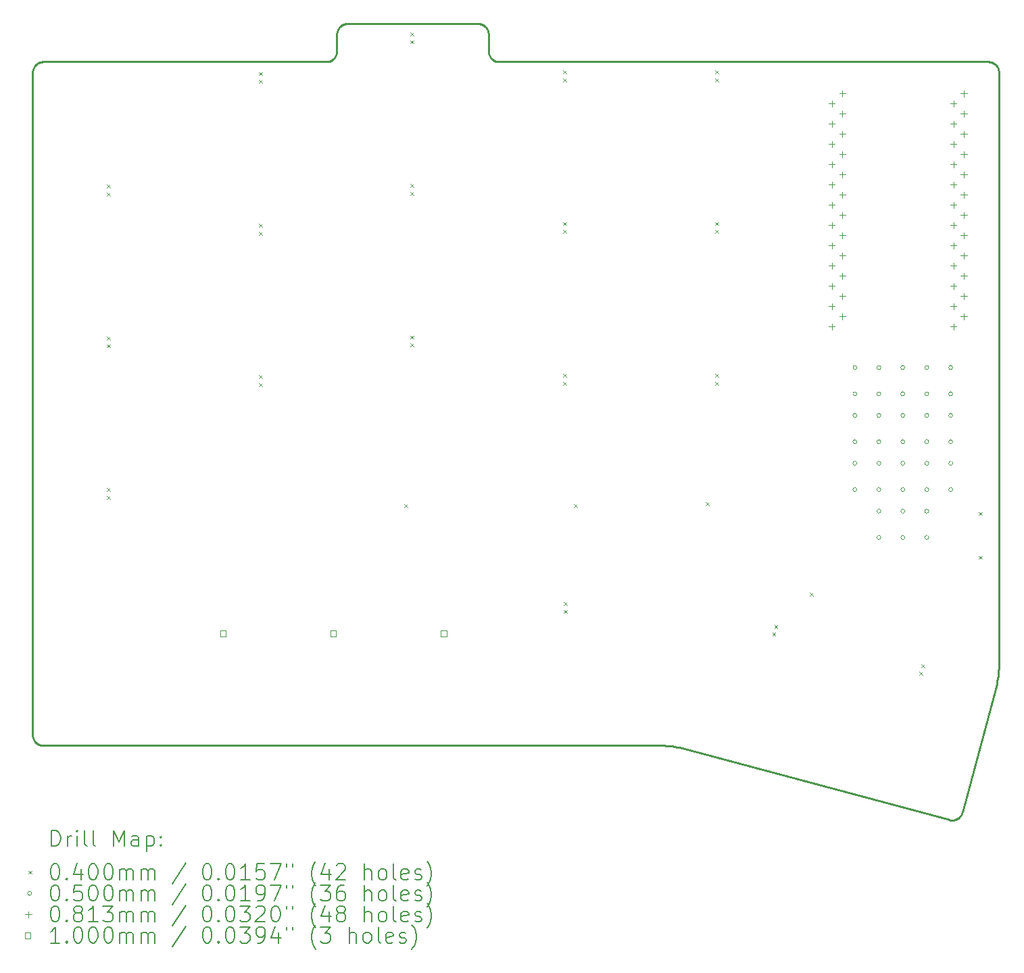
<source format=gbr>
%TF.GenerationSoftware,KiCad,Pcbnew,7.0.2*%
%TF.CreationDate,2023-10-26T02:33:05+11:00*%
%TF.ProjectId,cybr36,63796272-3336-42e6-9b69-6361645f7063,rev?*%
%TF.SameCoordinates,Original*%
%TF.FileFunction,Drillmap*%
%TF.FilePolarity,Positive*%
%FSLAX45Y45*%
G04 Gerber Fmt 4.5, Leading zero omitted, Abs format (unit mm)*
G04 Created by KiCad (PCBNEW 7.0.2) date 2023-10-26 02:33:05*
%MOMM*%
%LPD*%
G01*
G04 APERTURE LIST*
%ADD10C,0.263999*%
%ADD11C,0.200000*%
%ADD12C,0.040000*%
%ADD13C,0.050000*%
%ADD14C,0.081280*%
%ADD15C,0.100000*%
G04 APERTURE END LIST*
D10*
X16123192Y-13711760D02*
X16090433Y-13709074D01*
X19633181Y-14638269D02*
X16284754Y-13741156D01*
X13882554Y-5080524D02*
X13886286Y-5085835D01*
X8160395Y-13625255D02*
X8158072Y-13619234D01*
X8243278Y-5145368D02*
X8249555Y-5143585D01*
X19679196Y-14642287D02*
X19672721Y-14642706D01*
X20252635Y-5265152D02*
X20252798Y-5271712D01*
X8180285Y-13658470D02*
X8176284Y-13653335D01*
X8219559Y-5155387D02*
X8225263Y-5152466D01*
X12060373Y-4667110D02*
X12066690Y-4665685D01*
X8198777Y-13676962D02*
X8193827Y-13672697D01*
X20251348Y-5252176D02*
X20252151Y-5258636D01*
X11872640Y-5131674D02*
X11878660Y-5129351D01*
X12013913Y-4689079D02*
X12019223Y-4685347D01*
X19749335Y-14614376D02*
X19744248Y-14618187D01*
X20230571Y-5198316D02*
X20234030Y-5203790D01*
X8275810Y-5139592D02*
X8282617Y-5139420D01*
X13857761Y-4769483D02*
X13858877Y-4775877D01*
X8150325Y-5271712D02*
X8150497Y-5264905D01*
X8151008Y-5258186D02*
X8151850Y-5251565D01*
X8256690Y-13704356D02*
X8250373Y-13702931D01*
X13862893Y-5033058D02*
X13864317Y-5039375D01*
X8154315Y-13606875D02*
X8152891Y-13600558D01*
X19738990Y-14621748D02*
X19733569Y-14625052D01*
X11960326Y-5007129D02*
X11960326Y-4795412D01*
X11847570Y-5137971D02*
X11853964Y-5136855D01*
X20242727Y-5221086D02*
X20245051Y-5227107D01*
X13734594Y-4663283D02*
X13741110Y-4663767D01*
X20152751Y-5143410D02*
X20158980Y-5145138D01*
X20204346Y-5169379D02*
X20209296Y-5173644D01*
X11986286Y-4716706D02*
X11990287Y-4711571D01*
X8282617Y-5139420D02*
X11828034Y-5139420D01*
X16220681Y-13726219D02*
X16188342Y-13720337D01*
X11960164Y-5013689D02*
X11960326Y-5007129D01*
X8250373Y-13702931D02*
X8244144Y-13701203D01*
X13816825Y-4697344D02*
X13821578Y-4701867D01*
X13948013Y-5131674D02*
X13954144Y-5133702D01*
X8269545Y-13706273D02*
X8263084Y-13705471D01*
X8225263Y-5152466D02*
X8231123Y-5149816D01*
X13821578Y-4701867D02*
X13826102Y-4706621D01*
X11938100Y-5080525D02*
X11941559Y-5075051D01*
X12066690Y-4665685D02*
X12073084Y-4664570D01*
X13801430Y-4685347D02*
X13806740Y-4689079D01*
X13960372Y-5135431D02*
X13966689Y-5136855D01*
X13919223Y-5117194D02*
X13924697Y-5120654D01*
X8165910Y-13636924D02*
X8163010Y-13631155D01*
X13941993Y-5129351D02*
X13948013Y-5131674D01*
X20233494Y-12900874D02*
X20226552Y-12933020D01*
X8214697Y-13688154D02*
X8209223Y-13684694D01*
X11860281Y-5135431D02*
X11866510Y-5133702D01*
X8262471Y-5140944D02*
X8269091Y-5140103D01*
X13753964Y-4665686D02*
X13760280Y-4667110D01*
X8276060Y-13706758D02*
X8269545Y-13706273D01*
X8282617Y-5139420D02*
X8282617Y-5139420D01*
X13830366Y-4711571D02*
X13834367Y-4716706D01*
X11961777Y-4775877D02*
X11962892Y-4769483D01*
X13879094Y-5075051D02*
X13882554Y-5080524D01*
X8172919Y-5197746D02*
X8176607Y-5192560D01*
X11901430Y-5117194D02*
X11906740Y-5113462D01*
X20214050Y-5178167D02*
X20218573Y-5182921D01*
X19763465Y-14601500D02*
X19758954Y-14606027D01*
X20245051Y-5227107D02*
X20247079Y-5233237D01*
X11964317Y-4763166D02*
X11966045Y-4756937D01*
X8176284Y-13653335D02*
X8172552Y-13648025D01*
X13986059Y-5139258D02*
X13992619Y-5139420D01*
X19666195Y-14642803D02*
X19659630Y-14642573D01*
X13903828Y-5105197D02*
X13908778Y-5109461D01*
X13864317Y-5039375D02*
X13866046Y-5045604D01*
X13856336Y-4763166D02*
X13857761Y-4769483D01*
X8158072Y-13619234D02*
X8156044Y-13613104D01*
X13860326Y-4795412D02*
X13860328Y-5007129D01*
X13924697Y-5120654D02*
X13930324Y-5123836D01*
X11957761Y-5033058D02*
X11958877Y-5026665D01*
X13811875Y-4693079D02*
X13816825Y-4697344D01*
X11952580Y-5051734D02*
X11954608Y-5045604D01*
X19775682Y-14586582D02*
X19771839Y-14591772D01*
X20177032Y-5152104D02*
X20182800Y-5155005D01*
X19727997Y-14628094D02*
X19722285Y-14630868D01*
X16284754Y-13741156D02*
X16252827Y-13733160D01*
X11956337Y-5039375D02*
X11957761Y-5033058D01*
X8189073Y-13668174D02*
X8184550Y-13663420D01*
X19795210Y-14544724D02*
X19793281Y-14551255D01*
X16155837Y-13715516D02*
X16123192Y-13711760D01*
X12024697Y-4681887D02*
X12030324Y-4678705D01*
X19646423Y-14641110D02*
X19639802Y-14639865D01*
X11970397Y-4744786D02*
X11973012Y-4738886D01*
X20252798Y-5271712D02*
X20252796Y-12704871D01*
X8237131Y-5147448D02*
X8243278Y-5145368D01*
X12086059Y-4663283D02*
X12092619Y-4663120D01*
X13826102Y-4706621D02*
X13830366Y-4711571D01*
X13875912Y-5069424D02*
X13879094Y-5075051D01*
X11944742Y-5069424D02*
X11947642Y-5063655D01*
X13894551Y-5095920D02*
X13899075Y-5100673D01*
X8244144Y-13701203D02*
X8238014Y-13699175D01*
X20247955Y-12803386D02*
X20244199Y-12836031D01*
X11921579Y-5100673D02*
X11926103Y-5095920D01*
X19691959Y-14640512D02*
X19685612Y-14641554D01*
X12019223Y-4685347D02*
X12024697Y-4681887D01*
X8255956Y-5142108D02*
X8262471Y-5140944D01*
X20250643Y-12770627D02*
X20247955Y-12803386D01*
X13850256Y-4744786D02*
X13852579Y-4750807D01*
X8198467Y-5169629D02*
X8203465Y-5165702D01*
X11895956Y-5120654D02*
X11901430Y-5117194D01*
X19716441Y-14633368D02*
X19710476Y-14635588D01*
X20222838Y-5187871D02*
X20226838Y-5193006D01*
X13860490Y-5013689D02*
X13860975Y-5020204D01*
X13858877Y-4775877D02*
X13859679Y-4782337D01*
X11960974Y-4782337D02*
X11961777Y-4775877D01*
X11926103Y-5095920D02*
X11930367Y-5090970D01*
X20252151Y-5258636D02*
X20252635Y-5265152D01*
X11960326Y-4795412D02*
X11960489Y-4788852D01*
X8263084Y-13705471D02*
X8256690Y-13704356D01*
X13847642Y-4738886D02*
X13850256Y-4744786D01*
X13772640Y-4670867D02*
X13778660Y-4673190D01*
X19793281Y-14551255D02*
X19791049Y-14557612D01*
X20209296Y-5173644D02*
X20214050Y-5178167D01*
X20218573Y-5182921D02*
X20222838Y-5187871D01*
X8231123Y-5149816D02*
X8237131Y-5147448D01*
X11934368Y-5085835D02*
X11938100Y-5080525D01*
X11911876Y-5109461D02*
X11916826Y-5105197D01*
X13760280Y-4667110D02*
X13766509Y-4668839D01*
X13979543Y-5138773D02*
X13986059Y-5139258D01*
X13954144Y-5133702D02*
X13960372Y-5135431D01*
X8193667Y-5173787D02*
X8198467Y-5169629D01*
X13854608Y-4756937D02*
X13856336Y-4763166D01*
X11960489Y-4788852D02*
X11960974Y-4782337D01*
X19733569Y-14625052D02*
X19727997Y-14628094D01*
X11841110Y-5138773D02*
X11847570Y-5137971D01*
X11947642Y-5063655D02*
X11950256Y-5057755D01*
X20120504Y-5139420D02*
X20127064Y-5139583D01*
X8166292Y-5208654D02*
X8169478Y-5203114D01*
X11878660Y-5129351D02*
X11884561Y-5126736D01*
X19771839Y-14591772D02*
X19767763Y-14596747D01*
X13861777Y-5026664D02*
X13862893Y-5033058D01*
X13890287Y-5090970D02*
X13894551Y-5095920D01*
X19710476Y-14635588D02*
X19704401Y-14637523D01*
X8169478Y-5203114D02*
X8172919Y-5197746D01*
X8184550Y-13663420D02*
X8180285Y-13658470D01*
X19767763Y-14596747D02*
X19763465Y-14601500D01*
X19782629Y-14575581D02*
X19779282Y-14581183D01*
X8158353Y-5226226D02*
X8160722Y-5220218D01*
X13728034Y-4663120D02*
X13734594Y-4663283D01*
X11975912Y-4733117D02*
X11979094Y-4727490D01*
X11853964Y-5136855D02*
X11860281Y-5135431D01*
X8163010Y-13631155D02*
X8160395Y-13625255D01*
X8226093Y-13694237D02*
X8220324Y-13691336D01*
X13873012Y-5063655D02*
X13875912Y-5069424D01*
X8160722Y-5220218D02*
X8163371Y-5214358D01*
X20182800Y-5155005D02*
X20188427Y-5158187D01*
X8176607Y-5192560D02*
X8180535Y-5187562D01*
X8231993Y-13696851D02*
X8226093Y-13694237D01*
X8156273Y-5232373D02*
X8158353Y-5226226D01*
X13870397Y-5057755D02*
X13873012Y-5063655D01*
X13784560Y-4675804D02*
X13790329Y-4678705D01*
X8269091Y-5140103D02*
X8275810Y-5139592D01*
X20250232Y-5245782D02*
X20251348Y-5252176D01*
X11941559Y-5075051D02*
X11944742Y-5069424D01*
X20252257Y-12737780D02*
X20250643Y-12770627D01*
X13834367Y-4716706D02*
X13838099Y-4722016D01*
X8150497Y-5264905D02*
X8151008Y-5258186D01*
X19698225Y-14639166D02*
X19691959Y-14640512D01*
X13766509Y-4668839D02*
X13772640Y-4670867D01*
X8169093Y-13642551D02*
X8165910Y-13636924D01*
X13790329Y-4678705D02*
X13795956Y-4681887D01*
X20237212Y-5209417D02*
X20240113Y-5215186D01*
X20188427Y-5158187D02*
X20193901Y-5161647D01*
X11979094Y-4727490D02*
X11982554Y-4722016D01*
X20165111Y-5147167D02*
X20171131Y-5149490D01*
X11973012Y-4738886D02*
X11975912Y-4733117D01*
X12054144Y-4668838D02*
X12060373Y-4667110D01*
X8193827Y-13672697D02*
X8189073Y-13668174D01*
X13795956Y-4681887D02*
X13801430Y-4685347D01*
X8180535Y-5187562D02*
X8184693Y-5182762D01*
X20226838Y-5193006D02*
X20230571Y-5198316D01*
X8189073Y-5178168D02*
X8193667Y-5173787D01*
X8282620Y-13706920D02*
X8276060Y-13706758D01*
X13899075Y-5100673D02*
X13903828Y-5105197D01*
X11990287Y-4711571D02*
X11994551Y-4706621D01*
X19744248Y-14618187D02*
X19738990Y-14621748D01*
X8214019Y-5158572D02*
X8219559Y-5155387D01*
X13841559Y-4727490D02*
X13844741Y-4733117D01*
X13966689Y-5136855D02*
X13973083Y-5137971D01*
X12073084Y-4664570D02*
X12079544Y-4663767D01*
X19639802Y-14639865D02*
X19633181Y-14638269D01*
X11959679Y-5020204D02*
X11960164Y-5013689D01*
X20248808Y-5239466D02*
X20250232Y-5245782D01*
X20146434Y-5141986D02*
X20152751Y-5143410D01*
X20133580Y-5140068D02*
X20140040Y-5140870D01*
X11906740Y-5113462D02*
X11911876Y-5109461D01*
X13913913Y-5113462D02*
X13919223Y-5117194D01*
X19722285Y-14630868D02*
X19716441Y-14633368D01*
X12036093Y-4675804D02*
X12041993Y-4673190D01*
X20199211Y-5165379D02*
X20204346Y-5169379D01*
X8150488Y-13581188D02*
X8150325Y-13574628D01*
X19785712Y-14569781D02*
X19782629Y-14575581D01*
X13866046Y-5045604D02*
X13868074Y-5051734D01*
X8208652Y-5162014D02*
X8214019Y-5158572D01*
X11834594Y-5139258D02*
X11841110Y-5138773D01*
X20218554Y-12964946D02*
X19795210Y-14544724D01*
X16090433Y-13709074D02*
X16057586Y-13707459D01*
X11884561Y-5126736D02*
X11890330Y-5123836D01*
X13886286Y-5085835D02*
X13890287Y-5090970D01*
X8209223Y-13684694D02*
X8203912Y-13680962D01*
X13806740Y-4689079D02*
X13811875Y-4693079D01*
X13908778Y-5109461D02*
X13913913Y-5113462D01*
X19653036Y-14642011D02*
X19646423Y-14641110D01*
X19685612Y-14641554D02*
X19679196Y-14642287D01*
X19659630Y-14642573D02*
X19653036Y-14642011D01*
X19672721Y-14642706D02*
X19666195Y-14642803D01*
X13930324Y-5123836D02*
X13936093Y-5126736D01*
X11994551Y-4706621D02*
X11999075Y-4701867D01*
X13747570Y-4664570D02*
X13753964Y-4665686D01*
X12008778Y-4693079D02*
X12013913Y-4689079D01*
X20234030Y-5203790D02*
X20237212Y-5209417D01*
X8150325Y-13574628D02*
X8150325Y-5271712D01*
X8152891Y-13600558D02*
X8151775Y-13594164D01*
X19779282Y-14581183D02*
X19775682Y-14586582D01*
X13778660Y-4673190D02*
X13784560Y-4675804D01*
X11954608Y-5045604D02*
X11956337Y-5039375D01*
X16252827Y-13733160D02*
X16220681Y-13726219D01*
X20158980Y-5145138D02*
X20165111Y-5147167D01*
X20140040Y-5140870D02*
X20146434Y-5141986D01*
X11962892Y-4769483D02*
X11964317Y-4763166D01*
X11930367Y-5090970D02*
X11934368Y-5085835D01*
X8150972Y-13587704D02*
X8150488Y-13581188D01*
X12079544Y-4663767D02*
X12086059Y-4663283D01*
X20244199Y-12836031D02*
X20239378Y-12868536D01*
X19754241Y-14610321D02*
X19749335Y-14614376D01*
X20252796Y-12704871D02*
X20252257Y-12737780D01*
X13868074Y-5051734D02*
X13870397Y-5057755D01*
X12003828Y-4697344D02*
X12008778Y-4693079D01*
X11982554Y-4722016D02*
X11986286Y-4716706D01*
X13838099Y-4722016D02*
X13841559Y-4727490D01*
X20240113Y-5215186D02*
X20242727Y-5221086D01*
X20239378Y-12868536D02*
X20233494Y-12900874D01*
X19791049Y-14557612D02*
X19788523Y-14563789D01*
X13860328Y-5007129D02*
X13860490Y-5013689D01*
X13860975Y-5020204D02*
X13861777Y-5026664D01*
X8203465Y-5165702D02*
X8208652Y-5162014D01*
X11999075Y-4701867D02*
X12003828Y-4697344D01*
X11828034Y-5139420D02*
X11834594Y-5139258D01*
X8172552Y-13648025D02*
X8169093Y-13642551D01*
X16188342Y-13720337D02*
X16155837Y-13715516D01*
X13936093Y-5126736D02*
X13941993Y-5129351D01*
X12048014Y-4670867D02*
X12054144Y-4668838D01*
X20226552Y-12933020D02*
X20218554Y-12964946D01*
X20127064Y-5139583D02*
X20133580Y-5140068D01*
X11950256Y-5057755D02*
X11952580Y-5051734D01*
X13741110Y-4663767D02*
X13747570Y-4664570D01*
X8249555Y-5143585D02*
X8255956Y-5142108D01*
X13852579Y-4750807D02*
X13854608Y-4756937D01*
X11890330Y-5123836D02*
X11895956Y-5120654D01*
X19788523Y-14563789D02*
X19785712Y-14569781D01*
X20171131Y-5149490D02*
X20177032Y-5152104D01*
X8163371Y-5214358D02*
X8166292Y-5208654D01*
X8154490Y-5238650D02*
X8156273Y-5232373D01*
X13860164Y-4788852D02*
X13860326Y-4795412D01*
X8153013Y-5245051D02*
X8154490Y-5238650D01*
X8151775Y-13594164D02*
X8150972Y-13587704D01*
X8151850Y-5251565D02*
X8153013Y-5245051D01*
X19704401Y-14637523D02*
X19698225Y-14639166D01*
X16024677Y-13706920D02*
X8282620Y-13706920D01*
X11966045Y-4756937D02*
X11968074Y-4750807D01*
X16057586Y-13707459D02*
X16024677Y-13706920D01*
X12092619Y-4663120D02*
X13728034Y-4663120D01*
X13973083Y-5137971D02*
X13979543Y-5138773D01*
X8203912Y-13680962D02*
X8198777Y-13676962D01*
X11866510Y-5133702D02*
X11872640Y-5131674D01*
X8156044Y-13613104D02*
X8154315Y-13606875D01*
X13859679Y-4782337D02*
X13860164Y-4788852D01*
X20193901Y-5161647D02*
X20199211Y-5165379D01*
X13992619Y-5139420D02*
X20120504Y-5139420D01*
X11916826Y-5105197D02*
X11921579Y-5100673D01*
X11958877Y-5026665D02*
X11959679Y-5020204D01*
X13844741Y-4733117D02*
X13847642Y-4738886D01*
X8184693Y-5182762D02*
X8189073Y-5178168D01*
X8238014Y-13699175D02*
X8231993Y-13696851D01*
X20247079Y-5233237D02*
X20248808Y-5239466D01*
X12030324Y-4678705D02*
X12036093Y-4675804D01*
X12041993Y-4673190D02*
X12048014Y-4670867D01*
X11968074Y-4750807D02*
X11970397Y-4744786D01*
X19758954Y-14606027D02*
X19754241Y-14610321D01*
X8220324Y-13691336D02*
X8214697Y-13688154D01*
D11*
D12*
X9080000Y-6680000D02*
X9120000Y-6720000D01*
X9120000Y-6680000D02*
X9080000Y-6720000D01*
X9080000Y-6780000D02*
X9120000Y-6820000D01*
X9120000Y-6780000D02*
X9080000Y-6820000D01*
X9080000Y-8580000D02*
X9120000Y-8620000D01*
X9120000Y-8580000D02*
X9080000Y-8620000D01*
X9080000Y-8680000D02*
X9120000Y-8720000D01*
X9120000Y-8680000D02*
X9080000Y-8720000D01*
X9080000Y-10480000D02*
X9120000Y-10520000D01*
X9120000Y-10480000D02*
X9080000Y-10520000D01*
X9080000Y-10580000D02*
X9120000Y-10620000D01*
X9120000Y-10580000D02*
X9080000Y-10620000D01*
X10982653Y-5267438D02*
X11022653Y-5307438D01*
X11022653Y-5267438D02*
X10982653Y-5307438D01*
X10982653Y-5367438D02*
X11022653Y-5407438D01*
X11022653Y-5367438D02*
X10982653Y-5407438D01*
X10982653Y-7167438D02*
X11022653Y-7207438D01*
X11022653Y-7167438D02*
X10982653Y-7207438D01*
X10982653Y-7267438D02*
X11022653Y-7307438D01*
X11022653Y-7267438D02*
X10982653Y-7307438D01*
X10982653Y-9067438D02*
X11022653Y-9107438D01*
X11022653Y-9067438D02*
X10982653Y-9107438D01*
X10982653Y-9167438D02*
X11022653Y-9207438D01*
X11022653Y-9167438D02*
X10982653Y-9207438D01*
X12805000Y-10680000D02*
X12845000Y-10720000D01*
X12845000Y-10680000D02*
X12805000Y-10720000D01*
X12882653Y-4770000D02*
X12922653Y-4810000D01*
X12922653Y-4770000D02*
X12882653Y-4810000D01*
X12882653Y-4870000D02*
X12922653Y-4910000D01*
X12922653Y-4870000D02*
X12882653Y-4910000D01*
X12882653Y-6670000D02*
X12922653Y-6710000D01*
X12922653Y-6670000D02*
X12882653Y-6710000D01*
X12882653Y-6770000D02*
X12922653Y-6810000D01*
X12922653Y-6770000D02*
X12882653Y-6810000D01*
X12882653Y-8570000D02*
X12922653Y-8610000D01*
X12922653Y-8570000D02*
X12882653Y-8610000D01*
X12882653Y-8670000D02*
X12922653Y-8710000D01*
X12922653Y-8670000D02*
X12882653Y-8710000D01*
X14792653Y-5247438D02*
X14832653Y-5287438D01*
X14832653Y-5247438D02*
X14792653Y-5287438D01*
X14792653Y-5347438D02*
X14832653Y-5387438D01*
X14832653Y-5347438D02*
X14792653Y-5387438D01*
X14792653Y-7147438D02*
X14832653Y-7187438D01*
X14832653Y-7147438D02*
X14792653Y-7187438D01*
X14792653Y-7247438D02*
X14832653Y-7287438D01*
X14832653Y-7247438D02*
X14792653Y-7287438D01*
X14792653Y-9047438D02*
X14832653Y-9087438D01*
X14832653Y-9047438D02*
X14792653Y-9087438D01*
X14792653Y-9147438D02*
X14832653Y-9187438D01*
X14832653Y-9147438D02*
X14792653Y-9187438D01*
X14802653Y-11907438D02*
X14842653Y-11947438D01*
X14842653Y-11907438D02*
X14802653Y-11947438D01*
X14802653Y-12007438D02*
X14842653Y-12047438D01*
X14842653Y-12007438D02*
X14802653Y-12047438D01*
X14930000Y-10680000D02*
X14970000Y-10720000D01*
X14970000Y-10680000D02*
X14930000Y-10720000D01*
X16580000Y-10655000D02*
X16620000Y-10695000D01*
X16620000Y-10655000D02*
X16580000Y-10695000D01*
X16702653Y-5247438D02*
X16742653Y-5287438D01*
X16742653Y-5247438D02*
X16702653Y-5287438D01*
X16702653Y-5347438D02*
X16742653Y-5387438D01*
X16742653Y-5347438D02*
X16702653Y-5387438D01*
X16702653Y-7147438D02*
X16742653Y-7187438D01*
X16742653Y-7147438D02*
X16702653Y-7187438D01*
X16702653Y-7247438D02*
X16742653Y-7287438D01*
X16742653Y-7247438D02*
X16702653Y-7287438D01*
X16702653Y-9047438D02*
X16742653Y-9087438D01*
X16742653Y-9047438D02*
X16702653Y-9087438D01*
X16702653Y-9147438D02*
X16742653Y-9187438D01*
X16742653Y-9147438D02*
X16702653Y-9187438D01*
X17416134Y-12292713D02*
X17456134Y-12332713D01*
X17456134Y-12292713D02*
X17416134Y-12332713D01*
X17442016Y-12196121D02*
X17482016Y-12236121D01*
X17482016Y-12196121D02*
X17442016Y-12236121D01*
X17887000Y-11791000D02*
X17927000Y-11831000D01*
X17927000Y-11791000D02*
X17887000Y-11831000D01*
X19256134Y-12782713D02*
X19296134Y-12822713D01*
X19296134Y-12782713D02*
X19256134Y-12822713D01*
X19282016Y-12686121D02*
X19322016Y-12726121D01*
X19322016Y-12686121D02*
X19282016Y-12726121D01*
X20005000Y-10780000D02*
X20045000Y-10820000D01*
X20045000Y-10780000D02*
X20005000Y-10820000D01*
X20005000Y-11330000D02*
X20045000Y-11370000D01*
X20045000Y-11330000D02*
X20005000Y-11370000D01*
D13*
X18475000Y-8970000D02*
G75*
G03*
X18475000Y-8970000I-25000J0D01*
G01*
X18475000Y-9300000D02*
G75*
G03*
X18475000Y-9300000I-25000J0D01*
G01*
X18475000Y-9570000D02*
G75*
G03*
X18475000Y-9570000I-25000J0D01*
G01*
X18475000Y-9900000D02*
G75*
G03*
X18475000Y-9900000I-25000J0D01*
G01*
X18475000Y-10170000D02*
G75*
G03*
X18475000Y-10170000I-25000J0D01*
G01*
X18475000Y-10500000D02*
G75*
G03*
X18475000Y-10500000I-25000J0D01*
G01*
X18775000Y-8970000D02*
G75*
G03*
X18775000Y-8970000I-25000J0D01*
G01*
X18775000Y-9300000D02*
G75*
G03*
X18775000Y-9300000I-25000J0D01*
G01*
X18775000Y-9570000D02*
G75*
G03*
X18775000Y-9570000I-25000J0D01*
G01*
X18775000Y-9900000D02*
G75*
G03*
X18775000Y-9900000I-25000J0D01*
G01*
X18775000Y-10170000D02*
G75*
G03*
X18775000Y-10170000I-25000J0D01*
G01*
X18775000Y-10500000D02*
G75*
G03*
X18775000Y-10500000I-25000J0D01*
G01*
X18775000Y-10770000D02*
G75*
G03*
X18775000Y-10770000I-25000J0D01*
G01*
X18775000Y-11100000D02*
G75*
G03*
X18775000Y-11100000I-25000J0D01*
G01*
X19075000Y-8970000D02*
G75*
G03*
X19075000Y-8970000I-25000J0D01*
G01*
X19075000Y-9300000D02*
G75*
G03*
X19075000Y-9300000I-25000J0D01*
G01*
X19075000Y-9570000D02*
G75*
G03*
X19075000Y-9570000I-25000J0D01*
G01*
X19075000Y-9900000D02*
G75*
G03*
X19075000Y-9900000I-25000J0D01*
G01*
X19075000Y-10170000D02*
G75*
G03*
X19075000Y-10170000I-25000J0D01*
G01*
X19075000Y-10500000D02*
G75*
G03*
X19075000Y-10500000I-25000J0D01*
G01*
X19075000Y-10770000D02*
G75*
G03*
X19075000Y-10770000I-25000J0D01*
G01*
X19075000Y-11100000D02*
G75*
G03*
X19075000Y-11100000I-25000J0D01*
G01*
X19375000Y-8970000D02*
G75*
G03*
X19375000Y-8970000I-25000J0D01*
G01*
X19375000Y-9300000D02*
G75*
G03*
X19375000Y-9300000I-25000J0D01*
G01*
X19375000Y-9570000D02*
G75*
G03*
X19375000Y-9570000I-25000J0D01*
G01*
X19375000Y-9900000D02*
G75*
G03*
X19375000Y-9900000I-25000J0D01*
G01*
X19375000Y-10170000D02*
G75*
G03*
X19375000Y-10170000I-25000J0D01*
G01*
X19375000Y-10500000D02*
G75*
G03*
X19375000Y-10500000I-25000J0D01*
G01*
X19375000Y-10770000D02*
G75*
G03*
X19375000Y-10770000I-25000J0D01*
G01*
X19375000Y-11100000D02*
G75*
G03*
X19375000Y-11100000I-25000J0D01*
G01*
X19675000Y-8970000D02*
G75*
G03*
X19675000Y-8970000I-25000J0D01*
G01*
X19675000Y-9300000D02*
G75*
G03*
X19675000Y-9300000I-25000J0D01*
G01*
X19675000Y-9570000D02*
G75*
G03*
X19675000Y-9570000I-25000J0D01*
G01*
X19675000Y-9900000D02*
G75*
G03*
X19675000Y-9900000I-25000J0D01*
G01*
X19675000Y-10170000D02*
G75*
G03*
X19675000Y-10170000I-25000J0D01*
G01*
X19675000Y-10500000D02*
G75*
G03*
X19675000Y-10500000I-25000J0D01*
G01*
D14*
X18161000Y-5623560D02*
X18161000Y-5704840D01*
X18120360Y-5664200D02*
X18201640Y-5664200D01*
X18161000Y-5877560D02*
X18161000Y-5958840D01*
X18120360Y-5918200D02*
X18201640Y-5918200D01*
X18161000Y-6131560D02*
X18161000Y-6212840D01*
X18120360Y-6172200D02*
X18201640Y-6172200D01*
X18161000Y-6385560D02*
X18161000Y-6466840D01*
X18120360Y-6426200D02*
X18201640Y-6426200D01*
X18161000Y-6639560D02*
X18161000Y-6720840D01*
X18120360Y-6680200D02*
X18201640Y-6680200D01*
X18161000Y-6893560D02*
X18161000Y-6974840D01*
X18120360Y-6934200D02*
X18201640Y-6934200D01*
X18161000Y-7147560D02*
X18161000Y-7228840D01*
X18120360Y-7188200D02*
X18201640Y-7188200D01*
X18161000Y-7401560D02*
X18161000Y-7482840D01*
X18120360Y-7442200D02*
X18201640Y-7442200D01*
X18161000Y-7655560D02*
X18161000Y-7736840D01*
X18120360Y-7696200D02*
X18201640Y-7696200D01*
X18161000Y-7909560D02*
X18161000Y-7990840D01*
X18120360Y-7950200D02*
X18201640Y-7950200D01*
X18161000Y-8163560D02*
X18161000Y-8244840D01*
X18120360Y-8204200D02*
X18201640Y-8204200D01*
X18161000Y-8417560D02*
X18161000Y-8498840D01*
X18120360Y-8458200D02*
X18201640Y-8458200D01*
X18293640Y-5496560D02*
X18293640Y-5577840D01*
X18253000Y-5537200D02*
X18334280Y-5537200D01*
X18293640Y-5750560D02*
X18293640Y-5831840D01*
X18253000Y-5791200D02*
X18334280Y-5791200D01*
X18293640Y-6004560D02*
X18293640Y-6085840D01*
X18253000Y-6045200D02*
X18334280Y-6045200D01*
X18293640Y-6258560D02*
X18293640Y-6339840D01*
X18253000Y-6299200D02*
X18334280Y-6299200D01*
X18293640Y-6512560D02*
X18293640Y-6593840D01*
X18253000Y-6553200D02*
X18334280Y-6553200D01*
X18293640Y-6766560D02*
X18293640Y-6847840D01*
X18253000Y-6807200D02*
X18334280Y-6807200D01*
X18293640Y-7020560D02*
X18293640Y-7101840D01*
X18253000Y-7061200D02*
X18334280Y-7061200D01*
X18293640Y-7274560D02*
X18293640Y-7355840D01*
X18253000Y-7315200D02*
X18334280Y-7315200D01*
X18293640Y-7528560D02*
X18293640Y-7609840D01*
X18253000Y-7569200D02*
X18334280Y-7569200D01*
X18293640Y-7782560D02*
X18293640Y-7863840D01*
X18253000Y-7823200D02*
X18334280Y-7823200D01*
X18293640Y-8036560D02*
X18293640Y-8117840D01*
X18253000Y-8077200D02*
X18334280Y-8077200D01*
X18293640Y-8290560D02*
X18293640Y-8371840D01*
X18253000Y-8331200D02*
X18334280Y-8331200D01*
X19685000Y-5623560D02*
X19685000Y-5704840D01*
X19644360Y-5664200D02*
X19725640Y-5664200D01*
X19685000Y-5877560D02*
X19685000Y-5958840D01*
X19644360Y-5918200D02*
X19725640Y-5918200D01*
X19685000Y-6131560D02*
X19685000Y-6212840D01*
X19644360Y-6172200D02*
X19725640Y-6172200D01*
X19685000Y-6385560D02*
X19685000Y-6466840D01*
X19644360Y-6426200D02*
X19725640Y-6426200D01*
X19685000Y-6639560D02*
X19685000Y-6720840D01*
X19644360Y-6680200D02*
X19725640Y-6680200D01*
X19685000Y-6893560D02*
X19685000Y-6974840D01*
X19644360Y-6934200D02*
X19725640Y-6934200D01*
X19685000Y-7147560D02*
X19685000Y-7228840D01*
X19644360Y-7188200D02*
X19725640Y-7188200D01*
X19685000Y-7401560D02*
X19685000Y-7482840D01*
X19644360Y-7442200D02*
X19725640Y-7442200D01*
X19685000Y-7655560D02*
X19685000Y-7736840D01*
X19644360Y-7696200D02*
X19725640Y-7696200D01*
X19685000Y-7909560D02*
X19685000Y-7990840D01*
X19644360Y-7950200D02*
X19725640Y-7950200D01*
X19685000Y-8163560D02*
X19685000Y-8244840D01*
X19644360Y-8204200D02*
X19725640Y-8204200D01*
X19685000Y-8417560D02*
X19685000Y-8498840D01*
X19644360Y-8458200D02*
X19725640Y-8458200D01*
X19815640Y-5496560D02*
X19815640Y-5577840D01*
X19775000Y-5537200D02*
X19856280Y-5537200D01*
X19815640Y-5750560D02*
X19815640Y-5831840D01*
X19775000Y-5791200D02*
X19856280Y-5791200D01*
X19815640Y-6004560D02*
X19815640Y-6085840D01*
X19775000Y-6045200D02*
X19856280Y-6045200D01*
X19815640Y-6258560D02*
X19815640Y-6339840D01*
X19775000Y-6299200D02*
X19856280Y-6299200D01*
X19815640Y-6512560D02*
X19815640Y-6593840D01*
X19775000Y-6553200D02*
X19856280Y-6553200D01*
X19815640Y-6766560D02*
X19815640Y-6847840D01*
X19775000Y-6807200D02*
X19856280Y-6807200D01*
X19815640Y-7020560D02*
X19815640Y-7101840D01*
X19775000Y-7061200D02*
X19856280Y-7061200D01*
X19815640Y-7274560D02*
X19815640Y-7355840D01*
X19775000Y-7315200D02*
X19856280Y-7315200D01*
X19815640Y-7528560D02*
X19815640Y-7609840D01*
X19775000Y-7569200D02*
X19856280Y-7569200D01*
X19815640Y-7782560D02*
X19815640Y-7863840D01*
X19775000Y-7823200D02*
X19856280Y-7823200D01*
X19815640Y-8036560D02*
X19815640Y-8117840D01*
X19775000Y-8077200D02*
X19856280Y-8077200D01*
X19815640Y-8290560D02*
X19815640Y-8371840D01*
X19775000Y-8331200D02*
X19856280Y-8331200D01*
D15*
X10571453Y-12336917D02*
X10571453Y-12266206D01*
X10500741Y-12266206D01*
X10500741Y-12336917D01*
X10571453Y-12336917D01*
X11952953Y-12336917D02*
X11952953Y-12266206D01*
X11882241Y-12266206D01*
X11882241Y-12336917D01*
X11952953Y-12336917D01*
X13334453Y-12336917D02*
X13334453Y-12266206D01*
X13263741Y-12266206D01*
X13263741Y-12336917D01*
X13334453Y-12336917D01*
D11*
X8384744Y-14968527D02*
X8384744Y-14768527D01*
X8384744Y-14768527D02*
X8432363Y-14768527D01*
X8432363Y-14768527D02*
X8460935Y-14778050D01*
X8460935Y-14778050D02*
X8479982Y-14797098D01*
X8479982Y-14797098D02*
X8489506Y-14816146D01*
X8489506Y-14816146D02*
X8499030Y-14854241D01*
X8499030Y-14854241D02*
X8499030Y-14882812D01*
X8499030Y-14882812D02*
X8489506Y-14920908D01*
X8489506Y-14920908D02*
X8479982Y-14939955D01*
X8479982Y-14939955D02*
X8460935Y-14959003D01*
X8460935Y-14959003D02*
X8432363Y-14968527D01*
X8432363Y-14968527D02*
X8384744Y-14968527D01*
X8584744Y-14968527D02*
X8584744Y-14835193D01*
X8584744Y-14873289D02*
X8594268Y-14854241D01*
X8594268Y-14854241D02*
X8603792Y-14844717D01*
X8603792Y-14844717D02*
X8622840Y-14835193D01*
X8622840Y-14835193D02*
X8641887Y-14835193D01*
X8708554Y-14968527D02*
X8708554Y-14835193D01*
X8708554Y-14768527D02*
X8699030Y-14778050D01*
X8699030Y-14778050D02*
X8708554Y-14787574D01*
X8708554Y-14787574D02*
X8718078Y-14778050D01*
X8718078Y-14778050D02*
X8708554Y-14768527D01*
X8708554Y-14768527D02*
X8708554Y-14787574D01*
X8832363Y-14968527D02*
X8813316Y-14959003D01*
X8813316Y-14959003D02*
X8803792Y-14939955D01*
X8803792Y-14939955D02*
X8803792Y-14768527D01*
X8937125Y-14968527D02*
X8918078Y-14959003D01*
X8918078Y-14959003D02*
X8908554Y-14939955D01*
X8908554Y-14939955D02*
X8908554Y-14768527D01*
X9165697Y-14968527D02*
X9165697Y-14768527D01*
X9165697Y-14768527D02*
X9232363Y-14911384D01*
X9232363Y-14911384D02*
X9299030Y-14768527D01*
X9299030Y-14768527D02*
X9299030Y-14968527D01*
X9479982Y-14968527D02*
X9479982Y-14863765D01*
X9479982Y-14863765D02*
X9470459Y-14844717D01*
X9470459Y-14844717D02*
X9451411Y-14835193D01*
X9451411Y-14835193D02*
X9413316Y-14835193D01*
X9413316Y-14835193D02*
X9394268Y-14844717D01*
X9479982Y-14959003D02*
X9460935Y-14968527D01*
X9460935Y-14968527D02*
X9413316Y-14968527D01*
X9413316Y-14968527D02*
X9394268Y-14959003D01*
X9394268Y-14959003D02*
X9384744Y-14939955D01*
X9384744Y-14939955D02*
X9384744Y-14920908D01*
X9384744Y-14920908D02*
X9394268Y-14901860D01*
X9394268Y-14901860D02*
X9413316Y-14892336D01*
X9413316Y-14892336D02*
X9460935Y-14892336D01*
X9460935Y-14892336D02*
X9479982Y-14882812D01*
X9575221Y-14835193D02*
X9575221Y-15035193D01*
X9575221Y-14844717D02*
X9594268Y-14835193D01*
X9594268Y-14835193D02*
X9632363Y-14835193D01*
X9632363Y-14835193D02*
X9651411Y-14844717D01*
X9651411Y-14844717D02*
X9660935Y-14854241D01*
X9660935Y-14854241D02*
X9670459Y-14873289D01*
X9670459Y-14873289D02*
X9670459Y-14930431D01*
X9670459Y-14930431D02*
X9660935Y-14949479D01*
X9660935Y-14949479D02*
X9651411Y-14959003D01*
X9651411Y-14959003D02*
X9632363Y-14968527D01*
X9632363Y-14968527D02*
X9594268Y-14968527D01*
X9594268Y-14968527D02*
X9575221Y-14959003D01*
X9756173Y-14949479D02*
X9765697Y-14959003D01*
X9765697Y-14959003D02*
X9756173Y-14968527D01*
X9756173Y-14968527D02*
X9746649Y-14959003D01*
X9746649Y-14959003D02*
X9756173Y-14949479D01*
X9756173Y-14949479D02*
X9756173Y-14968527D01*
X9756173Y-14844717D02*
X9765697Y-14854241D01*
X9765697Y-14854241D02*
X9756173Y-14863765D01*
X9756173Y-14863765D02*
X9746649Y-14854241D01*
X9746649Y-14854241D02*
X9756173Y-14844717D01*
X9756173Y-14844717D02*
X9756173Y-14863765D01*
D12*
X8097125Y-15276003D02*
X8137125Y-15316003D01*
X8137125Y-15276003D02*
X8097125Y-15316003D01*
D11*
X8422840Y-15188527D02*
X8441887Y-15188527D01*
X8441887Y-15188527D02*
X8460935Y-15198050D01*
X8460935Y-15198050D02*
X8470459Y-15207574D01*
X8470459Y-15207574D02*
X8479982Y-15226622D01*
X8479982Y-15226622D02*
X8489506Y-15264717D01*
X8489506Y-15264717D02*
X8489506Y-15312336D01*
X8489506Y-15312336D02*
X8479982Y-15350431D01*
X8479982Y-15350431D02*
X8470459Y-15369479D01*
X8470459Y-15369479D02*
X8460935Y-15379003D01*
X8460935Y-15379003D02*
X8441887Y-15388527D01*
X8441887Y-15388527D02*
X8422840Y-15388527D01*
X8422840Y-15388527D02*
X8403792Y-15379003D01*
X8403792Y-15379003D02*
X8394268Y-15369479D01*
X8394268Y-15369479D02*
X8384744Y-15350431D01*
X8384744Y-15350431D02*
X8375220Y-15312336D01*
X8375220Y-15312336D02*
X8375220Y-15264717D01*
X8375220Y-15264717D02*
X8384744Y-15226622D01*
X8384744Y-15226622D02*
X8394268Y-15207574D01*
X8394268Y-15207574D02*
X8403792Y-15198050D01*
X8403792Y-15198050D02*
X8422840Y-15188527D01*
X8575221Y-15369479D02*
X8584744Y-15379003D01*
X8584744Y-15379003D02*
X8575221Y-15388527D01*
X8575221Y-15388527D02*
X8565697Y-15379003D01*
X8565697Y-15379003D02*
X8575221Y-15369479D01*
X8575221Y-15369479D02*
X8575221Y-15388527D01*
X8756173Y-15255193D02*
X8756173Y-15388527D01*
X8708554Y-15179003D02*
X8660935Y-15321860D01*
X8660935Y-15321860D02*
X8784744Y-15321860D01*
X8899030Y-15188527D02*
X8918078Y-15188527D01*
X8918078Y-15188527D02*
X8937125Y-15198050D01*
X8937125Y-15198050D02*
X8946649Y-15207574D01*
X8946649Y-15207574D02*
X8956173Y-15226622D01*
X8956173Y-15226622D02*
X8965697Y-15264717D01*
X8965697Y-15264717D02*
X8965697Y-15312336D01*
X8965697Y-15312336D02*
X8956173Y-15350431D01*
X8956173Y-15350431D02*
X8946649Y-15369479D01*
X8946649Y-15369479D02*
X8937125Y-15379003D01*
X8937125Y-15379003D02*
X8918078Y-15388527D01*
X8918078Y-15388527D02*
X8899030Y-15388527D01*
X8899030Y-15388527D02*
X8879982Y-15379003D01*
X8879982Y-15379003D02*
X8870459Y-15369479D01*
X8870459Y-15369479D02*
X8860935Y-15350431D01*
X8860935Y-15350431D02*
X8851411Y-15312336D01*
X8851411Y-15312336D02*
X8851411Y-15264717D01*
X8851411Y-15264717D02*
X8860935Y-15226622D01*
X8860935Y-15226622D02*
X8870459Y-15207574D01*
X8870459Y-15207574D02*
X8879982Y-15198050D01*
X8879982Y-15198050D02*
X8899030Y-15188527D01*
X9089506Y-15188527D02*
X9108554Y-15188527D01*
X9108554Y-15188527D02*
X9127602Y-15198050D01*
X9127602Y-15198050D02*
X9137125Y-15207574D01*
X9137125Y-15207574D02*
X9146649Y-15226622D01*
X9146649Y-15226622D02*
X9156173Y-15264717D01*
X9156173Y-15264717D02*
X9156173Y-15312336D01*
X9156173Y-15312336D02*
X9146649Y-15350431D01*
X9146649Y-15350431D02*
X9137125Y-15369479D01*
X9137125Y-15369479D02*
X9127602Y-15379003D01*
X9127602Y-15379003D02*
X9108554Y-15388527D01*
X9108554Y-15388527D02*
X9089506Y-15388527D01*
X9089506Y-15388527D02*
X9070459Y-15379003D01*
X9070459Y-15379003D02*
X9060935Y-15369479D01*
X9060935Y-15369479D02*
X9051411Y-15350431D01*
X9051411Y-15350431D02*
X9041887Y-15312336D01*
X9041887Y-15312336D02*
X9041887Y-15264717D01*
X9041887Y-15264717D02*
X9051411Y-15226622D01*
X9051411Y-15226622D02*
X9060935Y-15207574D01*
X9060935Y-15207574D02*
X9070459Y-15198050D01*
X9070459Y-15198050D02*
X9089506Y-15188527D01*
X9241887Y-15388527D02*
X9241887Y-15255193D01*
X9241887Y-15274241D02*
X9251411Y-15264717D01*
X9251411Y-15264717D02*
X9270459Y-15255193D01*
X9270459Y-15255193D02*
X9299030Y-15255193D01*
X9299030Y-15255193D02*
X9318078Y-15264717D01*
X9318078Y-15264717D02*
X9327602Y-15283765D01*
X9327602Y-15283765D02*
X9327602Y-15388527D01*
X9327602Y-15283765D02*
X9337125Y-15264717D01*
X9337125Y-15264717D02*
X9356173Y-15255193D01*
X9356173Y-15255193D02*
X9384744Y-15255193D01*
X9384744Y-15255193D02*
X9403792Y-15264717D01*
X9403792Y-15264717D02*
X9413316Y-15283765D01*
X9413316Y-15283765D02*
X9413316Y-15388527D01*
X9508554Y-15388527D02*
X9508554Y-15255193D01*
X9508554Y-15274241D02*
X9518078Y-15264717D01*
X9518078Y-15264717D02*
X9537125Y-15255193D01*
X9537125Y-15255193D02*
X9565697Y-15255193D01*
X9565697Y-15255193D02*
X9584744Y-15264717D01*
X9584744Y-15264717D02*
X9594268Y-15283765D01*
X9594268Y-15283765D02*
X9594268Y-15388527D01*
X9594268Y-15283765D02*
X9603792Y-15264717D01*
X9603792Y-15264717D02*
X9622840Y-15255193D01*
X9622840Y-15255193D02*
X9651411Y-15255193D01*
X9651411Y-15255193D02*
X9670459Y-15264717D01*
X9670459Y-15264717D02*
X9679983Y-15283765D01*
X9679983Y-15283765D02*
X9679983Y-15388527D01*
X10070459Y-15179003D02*
X9899030Y-15436146D01*
X10327602Y-15188527D02*
X10346649Y-15188527D01*
X10346649Y-15188527D02*
X10365697Y-15198050D01*
X10365697Y-15198050D02*
X10375221Y-15207574D01*
X10375221Y-15207574D02*
X10384745Y-15226622D01*
X10384745Y-15226622D02*
X10394268Y-15264717D01*
X10394268Y-15264717D02*
X10394268Y-15312336D01*
X10394268Y-15312336D02*
X10384745Y-15350431D01*
X10384745Y-15350431D02*
X10375221Y-15369479D01*
X10375221Y-15369479D02*
X10365697Y-15379003D01*
X10365697Y-15379003D02*
X10346649Y-15388527D01*
X10346649Y-15388527D02*
X10327602Y-15388527D01*
X10327602Y-15388527D02*
X10308554Y-15379003D01*
X10308554Y-15379003D02*
X10299030Y-15369479D01*
X10299030Y-15369479D02*
X10289506Y-15350431D01*
X10289506Y-15350431D02*
X10279983Y-15312336D01*
X10279983Y-15312336D02*
X10279983Y-15264717D01*
X10279983Y-15264717D02*
X10289506Y-15226622D01*
X10289506Y-15226622D02*
X10299030Y-15207574D01*
X10299030Y-15207574D02*
X10308554Y-15198050D01*
X10308554Y-15198050D02*
X10327602Y-15188527D01*
X10479983Y-15369479D02*
X10489506Y-15379003D01*
X10489506Y-15379003D02*
X10479983Y-15388527D01*
X10479983Y-15388527D02*
X10470459Y-15379003D01*
X10470459Y-15379003D02*
X10479983Y-15369479D01*
X10479983Y-15369479D02*
X10479983Y-15388527D01*
X10613316Y-15188527D02*
X10632364Y-15188527D01*
X10632364Y-15188527D02*
X10651411Y-15198050D01*
X10651411Y-15198050D02*
X10660935Y-15207574D01*
X10660935Y-15207574D02*
X10670459Y-15226622D01*
X10670459Y-15226622D02*
X10679983Y-15264717D01*
X10679983Y-15264717D02*
X10679983Y-15312336D01*
X10679983Y-15312336D02*
X10670459Y-15350431D01*
X10670459Y-15350431D02*
X10660935Y-15369479D01*
X10660935Y-15369479D02*
X10651411Y-15379003D01*
X10651411Y-15379003D02*
X10632364Y-15388527D01*
X10632364Y-15388527D02*
X10613316Y-15388527D01*
X10613316Y-15388527D02*
X10594268Y-15379003D01*
X10594268Y-15379003D02*
X10584745Y-15369479D01*
X10584745Y-15369479D02*
X10575221Y-15350431D01*
X10575221Y-15350431D02*
X10565697Y-15312336D01*
X10565697Y-15312336D02*
X10565697Y-15264717D01*
X10565697Y-15264717D02*
X10575221Y-15226622D01*
X10575221Y-15226622D02*
X10584745Y-15207574D01*
X10584745Y-15207574D02*
X10594268Y-15198050D01*
X10594268Y-15198050D02*
X10613316Y-15188527D01*
X10870459Y-15388527D02*
X10756173Y-15388527D01*
X10813316Y-15388527D02*
X10813316Y-15188527D01*
X10813316Y-15188527D02*
X10794268Y-15217098D01*
X10794268Y-15217098D02*
X10775221Y-15236146D01*
X10775221Y-15236146D02*
X10756173Y-15245669D01*
X11051411Y-15188527D02*
X10956173Y-15188527D01*
X10956173Y-15188527D02*
X10946649Y-15283765D01*
X10946649Y-15283765D02*
X10956173Y-15274241D01*
X10956173Y-15274241D02*
X10975221Y-15264717D01*
X10975221Y-15264717D02*
X11022840Y-15264717D01*
X11022840Y-15264717D02*
X11041887Y-15274241D01*
X11041887Y-15274241D02*
X11051411Y-15283765D01*
X11051411Y-15283765D02*
X11060935Y-15302812D01*
X11060935Y-15302812D02*
X11060935Y-15350431D01*
X11060935Y-15350431D02*
X11051411Y-15369479D01*
X11051411Y-15369479D02*
X11041887Y-15379003D01*
X11041887Y-15379003D02*
X11022840Y-15388527D01*
X11022840Y-15388527D02*
X10975221Y-15388527D01*
X10975221Y-15388527D02*
X10956173Y-15379003D01*
X10956173Y-15379003D02*
X10946649Y-15369479D01*
X11127602Y-15188527D02*
X11260935Y-15188527D01*
X11260935Y-15188527D02*
X11175221Y-15388527D01*
X11327602Y-15188527D02*
X11327602Y-15226622D01*
X11403792Y-15188527D02*
X11403792Y-15226622D01*
X11699030Y-15464717D02*
X11689506Y-15455193D01*
X11689506Y-15455193D02*
X11670459Y-15426622D01*
X11670459Y-15426622D02*
X11660935Y-15407574D01*
X11660935Y-15407574D02*
X11651411Y-15379003D01*
X11651411Y-15379003D02*
X11641887Y-15331384D01*
X11641887Y-15331384D02*
X11641887Y-15293289D01*
X11641887Y-15293289D02*
X11651411Y-15245669D01*
X11651411Y-15245669D02*
X11660935Y-15217098D01*
X11660935Y-15217098D02*
X11670459Y-15198050D01*
X11670459Y-15198050D02*
X11689506Y-15169479D01*
X11689506Y-15169479D02*
X11699030Y-15159955D01*
X11860935Y-15255193D02*
X11860935Y-15388527D01*
X11813316Y-15179003D02*
X11765697Y-15321860D01*
X11765697Y-15321860D02*
X11889506Y-15321860D01*
X11956173Y-15207574D02*
X11965697Y-15198050D01*
X11965697Y-15198050D02*
X11984745Y-15188527D01*
X11984745Y-15188527D02*
X12032364Y-15188527D01*
X12032364Y-15188527D02*
X12051411Y-15198050D01*
X12051411Y-15198050D02*
X12060935Y-15207574D01*
X12060935Y-15207574D02*
X12070459Y-15226622D01*
X12070459Y-15226622D02*
X12070459Y-15245669D01*
X12070459Y-15245669D02*
X12060935Y-15274241D01*
X12060935Y-15274241D02*
X11946649Y-15388527D01*
X11946649Y-15388527D02*
X12070459Y-15388527D01*
X12308554Y-15388527D02*
X12308554Y-15188527D01*
X12394268Y-15388527D02*
X12394268Y-15283765D01*
X12394268Y-15283765D02*
X12384745Y-15264717D01*
X12384745Y-15264717D02*
X12365697Y-15255193D01*
X12365697Y-15255193D02*
X12337126Y-15255193D01*
X12337126Y-15255193D02*
X12318078Y-15264717D01*
X12318078Y-15264717D02*
X12308554Y-15274241D01*
X12518078Y-15388527D02*
X12499030Y-15379003D01*
X12499030Y-15379003D02*
X12489507Y-15369479D01*
X12489507Y-15369479D02*
X12479983Y-15350431D01*
X12479983Y-15350431D02*
X12479983Y-15293289D01*
X12479983Y-15293289D02*
X12489507Y-15274241D01*
X12489507Y-15274241D02*
X12499030Y-15264717D01*
X12499030Y-15264717D02*
X12518078Y-15255193D01*
X12518078Y-15255193D02*
X12546649Y-15255193D01*
X12546649Y-15255193D02*
X12565697Y-15264717D01*
X12565697Y-15264717D02*
X12575221Y-15274241D01*
X12575221Y-15274241D02*
X12584745Y-15293289D01*
X12584745Y-15293289D02*
X12584745Y-15350431D01*
X12584745Y-15350431D02*
X12575221Y-15369479D01*
X12575221Y-15369479D02*
X12565697Y-15379003D01*
X12565697Y-15379003D02*
X12546649Y-15388527D01*
X12546649Y-15388527D02*
X12518078Y-15388527D01*
X12699030Y-15388527D02*
X12679983Y-15379003D01*
X12679983Y-15379003D02*
X12670459Y-15359955D01*
X12670459Y-15359955D02*
X12670459Y-15188527D01*
X12851411Y-15379003D02*
X12832364Y-15388527D01*
X12832364Y-15388527D02*
X12794268Y-15388527D01*
X12794268Y-15388527D02*
X12775221Y-15379003D01*
X12775221Y-15379003D02*
X12765697Y-15359955D01*
X12765697Y-15359955D02*
X12765697Y-15283765D01*
X12765697Y-15283765D02*
X12775221Y-15264717D01*
X12775221Y-15264717D02*
X12794268Y-15255193D01*
X12794268Y-15255193D02*
X12832364Y-15255193D01*
X12832364Y-15255193D02*
X12851411Y-15264717D01*
X12851411Y-15264717D02*
X12860935Y-15283765D01*
X12860935Y-15283765D02*
X12860935Y-15302812D01*
X12860935Y-15302812D02*
X12765697Y-15321860D01*
X12937126Y-15379003D02*
X12956173Y-15388527D01*
X12956173Y-15388527D02*
X12994268Y-15388527D01*
X12994268Y-15388527D02*
X13013316Y-15379003D01*
X13013316Y-15379003D02*
X13022840Y-15359955D01*
X13022840Y-15359955D02*
X13022840Y-15350431D01*
X13022840Y-15350431D02*
X13013316Y-15331384D01*
X13013316Y-15331384D02*
X12994268Y-15321860D01*
X12994268Y-15321860D02*
X12965697Y-15321860D01*
X12965697Y-15321860D02*
X12946649Y-15312336D01*
X12946649Y-15312336D02*
X12937126Y-15293289D01*
X12937126Y-15293289D02*
X12937126Y-15283765D01*
X12937126Y-15283765D02*
X12946649Y-15264717D01*
X12946649Y-15264717D02*
X12965697Y-15255193D01*
X12965697Y-15255193D02*
X12994268Y-15255193D01*
X12994268Y-15255193D02*
X13013316Y-15264717D01*
X13089507Y-15464717D02*
X13099030Y-15455193D01*
X13099030Y-15455193D02*
X13118078Y-15426622D01*
X13118078Y-15426622D02*
X13127602Y-15407574D01*
X13127602Y-15407574D02*
X13137126Y-15379003D01*
X13137126Y-15379003D02*
X13146649Y-15331384D01*
X13146649Y-15331384D02*
X13146649Y-15293289D01*
X13146649Y-15293289D02*
X13137126Y-15245669D01*
X13137126Y-15245669D02*
X13127602Y-15217098D01*
X13127602Y-15217098D02*
X13118078Y-15198050D01*
X13118078Y-15198050D02*
X13099030Y-15169479D01*
X13099030Y-15169479D02*
X13089507Y-15159955D01*
D13*
X8137125Y-15560003D02*
G75*
G03*
X8137125Y-15560003I-25000J0D01*
G01*
D11*
X8422840Y-15452527D02*
X8441887Y-15452527D01*
X8441887Y-15452527D02*
X8460935Y-15462050D01*
X8460935Y-15462050D02*
X8470459Y-15471574D01*
X8470459Y-15471574D02*
X8479982Y-15490622D01*
X8479982Y-15490622D02*
X8489506Y-15528717D01*
X8489506Y-15528717D02*
X8489506Y-15576336D01*
X8489506Y-15576336D02*
X8479982Y-15614431D01*
X8479982Y-15614431D02*
X8470459Y-15633479D01*
X8470459Y-15633479D02*
X8460935Y-15643003D01*
X8460935Y-15643003D02*
X8441887Y-15652527D01*
X8441887Y-15652527D02*
X8422840Y-15652527D01*
X8422840Y-15652527D02*
X8403792Y-15643003D01*
X8403792Y-15643003D02*
X8394268Y-15633479D01*
X8394268Y-15633479D02*
X8384744Y-15614431D01*
X8384744Y-15614431D02*
X8375220Y-15576336D01*
X8375220Y-15576336D02*
X8375220Y-15528717D01*
X8375220Y-15528717D02*
X8384744Y-15490622D01*
X8384744Y-15490622D02*
X8394268Y-15471574D01*
X8394268Y-15471574D02*
X8403792Y-15462050D01*
X8403792Y-15462050D02*
X8422840Y-15452527D01*
X8575221Y-15633479D02*
X8584744Y-15643003D01*
X8584744Y-15643003D02*
X8575221Y-15652527D01*
X8575221Y-15652527D02*
X8565697Y-15643003D01*
X8565697Y-15643003D02*
X8575221Y-15633479D01*
X8575221Y-15633479D02*
X8575221Y-15652527D01*
X8765697Y-15452527D02*
X8670459Y-15452527D01*
X8670459Y-15452527D02*
X8660935Y-15547765D01*
X8660935Y-15547765D02*
X8670459Y-15538241D01*
X8670459Y-15538241D02*
X8689506Y-15528717D01*
X8689506Y-15528717D02*
X8737125Y-15528717D01*
X8737125Y-15528717D02*
X8756173Y-15538241D01*
X8756173Y-15538241D02*
X8765697Y-15547765D01*
X8765697Y-15547765D02*
X8775221Y-15566812D01*
X8775221Y-15566812D02*
X8775221Y-15614431D01*
X8775221Y-15614431D02*
X8765697Y-15633479D01*
X8765697Y-15633479D02*
X8756173Y-15643003D01*
X8756173Y-15643003D02*
X8737125Y-15652527D01*
X8737125Y-15652527D02*
X8689506Y-15652527D01*
X8689506Y-15652527D02*
X8670459Y-15643003D01*
X8670459Y-15643003D02*
X8660935Y-15633479D01*
X8899030Y-15452527D02*
X8918078Y-15452527D01*
X8918078Y-15452527D02*
X8937125Y-15462050D01*
X8937125Y-15462050D02*
X8946649Y-15471574D01*
X8946649Y-15471574D02*
X8956173Y-15490622D01*
X8956173Y-15490622D02*
X8965697Y-15528717D01*
X8965697Y-15528717D02*
X8965697Y-15576336D01*
X8965697Y-15576336D02*
X8956173Y-15614431D01*
X8956173Y-15614431D02*
X8946649Y-15633479D01*
X8946649Y-15633479D02*
X8937125Y-15643003D01*
X8937125Y-15643003D02*
X8918078Y-15652527D01*
X8918078Y-15652527D02*
X8899030Y-15652527D01*
X8899030Y-15652527D02*
X8879982Y-15643003D01*
X8879982Y-15643003D02*
X8870459Y-15633479D01*
X8870459Y-15633479D02*
X8860935Y-15614431D01*
X8860935Y-15614431D02*
X8851411Y-15576336D01*
X8851411Y-15576336D02*
X8851411Y-15528717D01*
X8851411Y-15528717D02*
X8860935Y-15490622D01*
X8860935Y-15490622D02*
X8870459Y-15471574D01*
X8870459Y-15471574D02*
X8879982Y-15462050D01*
X8879982Y-15462050D02*
X8899030Y-15452527D01*
X9089506Y-15452527D02*
X9108554Y-15452527D01*
X9108554Y-15452527D02*
X9127602Y-15462050D01*
X9127602Y-15462050D02*
X9137125Y-15471574D01*
X9137125Y-15471574D02*
X9146649Y-15490622D01*
X9146649Y-15490622D02*
X9156173Y-15528717D01*
X9156173Y-15528717D02*
X9156173Y-15576336D01*
X9156173Y-15576336D02*
X9146649Y-15614431D01*
X9146649Y-15614431D02*
X9137125Y-15633479D01*
X9137125Y-15633479D02*
X9127602Y-15643003D01*
X9127602Y-15643003D02*
X9108554Y-15652527D01*
X9108554Y-15652527D02*
X9089506Y-15652527D01*
X9089506Y-15652527D02*
X9070459Y-15643003D01*
X9070459Y-15643003D02*
X9060935Y-15633479D01*
X9060935Y-15633479D02*
X9051411Y-15614431D01*
X9051411Y-15614431D02*
X9041887Y-15576336D01*
X9041887Y-15576336D02*
X9041887Y-15528717D01*
X9041887Y-15528717D02*
X9051411Y-15490622D01*
X9051411Y-15490622D02*
X9060935Y-15471574D01*
X9060935Y-15471574D02*
X9070459Y-15462050D01*
X9070459Y-15462050D02*
X9089506Y-15452527D01*
X9241887Y-15652527D02*
X9241887Y-15519193D01*
X9241887Y-15538241D02*
X9251411Y-15528717D01*
X9251411Y-15528717D02*
X9270459Y-15519193D01*
X9270459Y-15519193D02*
X9299030Y-15519193D01*
X9299030Y-15519193D02*
X9318078Y-15528717D01*
X9318078Y-15528717D02*
X9327602Y-15547765D01*
X9327602Y-15547765D02*
X9327602Y-15652527D01*
X9327602Y-15547765D02*
X9337125Y-15528717D01*
X9337125Y-15528717D02*
X9356173Y-15519193D01*
X9356173Y-15519193D02*
X9384744Y-15519193D01*
X9384744Y-15519193D02*
X9403792Y-15528717D01*
X9403792Y-15528717D02*
X9413316Y-15547765D01*
X9413316Y-15547765D02*
X9413316Y-15652527D01*
X9508554Y-15652527D02*
X9508554Y-15519193D01*
X9508554Y-15538241D02*
X9518078Y-15528717D01*
X9518078Y-15528717D02*
X9537125Y-15519193D01*
X9537125Y-15519193D02*
X9565697Y-15519193D01*
X9565697Y-15519193D02*
X9584744Y-15528717D01*
X9584744Y-15528717D02*
X9594268Y-15547765D01*
X9594268Y-15547765D02*
X9594268Y-15652527D01*
X9594268Y-15547765D02*
X9603792Y-15528717D01*
X9603792Y-15528717D02*
X9622840Y-15519193D01*
X9622840Y-15519193D02*
X9651411Y-15519193D01*
X9651411Y-15519193D02*
X9670459Y-15528717D01*
X9670459Y-15528717D02*
X9679983Y-15547765D01*
X9679983Y-15547765D02*
X9679983Y-15652527D01*
X10070459Y-15443003D02*
X9899030Y-15700146D01*
X10327602Y-15452527D02*
X10346649Y-15452527D01*
X10346649Y-15452527D02*
X10365697Y-15462050D01*
X10365697Y-15462050D02*
X10375221Y-15471574D01*
X10375221Y-15471574D02*
X10384745Y-15490622D01*
X10384745Y-15490622D02*
X10394268Y-15528717D01*
X10394268Y-15528717D02*
X10394268Y-15576336D01*
X10394268Y-15576336D02*
X10384745Y-15614431D01*
X10384745Y-15614431D02*
X10375221Y-15633479D01*
X10375221Y-15633479D02*
X10365697Y-15643003D01*
X10365697Y-15643003D02*
X10346649Y-15652527D01*
X10346649Y-15652527D02*
X10327602Y-15652527D01*
X10327602Y-15652527D02*
X10308554Y-15643003D01*
X10308554Y-15643003D02*
X10299030Y-15633479D01*
X10299030Y-15633479D02*
X10289506Y-15614431D01*
X10289506Y-15614431D02*
X10279983Y-15576336D01*
X10279983Y-15576336D02*
X10279983Y-15528717D01*
X10279983Y-15528717D02*
X10289506Y-15490622D01*
X10289506Y-15490622D02*
X10299030Y-15471574D01*
X10299030Y-15471574D02*
X10308554Y-15462050D01*
X10308554Y-15462050D02*
X10327602Y-15452527D01*
X10479983Y-15633479D02*
X10489506Y-15643003D01*
X10489506Y-15643003D02*
X10479983Y-15652527D01*
X10479983Y-15652527D02*
X10470459Y-15643003D01*
X10470459Y-15643003D02*
X10479983Y-15633479D01*
X10479983Y-15633479D02*
X10479983Y-15652527D01*
X10613316Y-15452527D02*
X10632364Y-15452527D01*
X10632364Y-15452527D02*
X10651411Y-15462050D01*
X10651411Y-15462050D02*
X10660935Y-15471574D01*
X10660935Y-15471574D02*
X10670459Y-15490622D01*
X10670459Y-15490622D02*
X10679983Y-15528717D01*
X10679983Y-15528717D02*
X10679983Y-15576336D01*
X10679983Y-15576336D02*
X10670459Y-15614431D01*
X10670459Y-15614431D02*
X10660935Y-15633479D01*
X10660935Y-15633479D02*
X10651411Y-15643003D01*
X10651411Y-15643003D02*
X10632364Y-15652527D01*
X10632364Y-15652527D02*
X10613316Y-15652527D01*
X10613316Y-15652527D02*
X10594268Y-15643003D01*
X10594268Y-15643003D02*
X10584745Y-15633479D01*
X10584745Y-15633479D02*
X10575221Y-15614431D01*
X10575221Y-15614431D02*
X10565697Y-15576336D01*
X10565697Y-15576336D02*
X10565697Y-15528717D01*
X10565697Y-15528717D02*
X10575221Y-15490622D01*
X10575221Y-15490622D02*
X10584745Y-15471574D01*
X10584745Y-15471574D02*
X10594268Y-15462050D01*
X10594268Y-15462050D02*
X10613316Y-15452527D01*
X10870459Y-15652527D02*
X10756173Y-15652527D01*
X10813316Y-15652527D02*
X10813316Y-15452527D01*
X10813316Y-15452527D02*
X10794268Y-15481098D01*
X10794268Y-15481098D02*
X10775221Y-15500146D01*
X10775221Y-15500146D02*
X10756173Y-15509669D01*
X10965697Y-15652527D02*
X11003792Y-15652527D01*
X11003792Y-15652527D02*
X11022840Y-15643003D01*
X11022840Y-15643003D02*
X11032364Y-15633479D01*
X11032364Y-15633479D02*
X11051411Y-15604908D01*
X11051411Y-15604908D02*
X11060935Y-15566812D01*
X11060935Y-15566812D02*
X11060935Y-15490622D01*
X11060935Y-15490622D02*
X11051411Y-15471574D01*
X11051411Y-15471574D02*
X11041887Y-15462050D01*
X11041887Y-15462050D02*
X11022840Y-15452527D01*
X11022840Y-15452527D02*
X10984745Y-15452527D01*
X10984745Y-15452527D02*
X10965697Y-15462050D01*
X10965697Y-15462050D02*
X10956173Y-15471574D01*
X10956173Y-15471574D02*
X10946649Y-15490622D01*
X10946649Y-15490622D02*
X10946649Y-15538241D01*
X10946649Y-15538241D02*
X10956173Y-15557289D01*
X10956173Y-15557289D02*
X10965697Y-15566812D01*
X10965697Y-15566812D02*
X10984745Y-15576336D01*
X10984745Y-15576336D02*
X11022840Y-15576336D01*
X11022840Y-15576336D02*
X11041887Y-15566812D01*
X11041887Y-15566812D02*
X11051411Y-15557289D01*
X11051411Y-15557289D02*
X11060935Y-15538241D01*
X11127602Y-15452527D02*
X11260935Y-15452527D01*
X11260935Y-15452527D02*
X11175221Y-15652527D01*
X11327602Y-15452527D02*
X11327602Y-15490622D01*
X11403792Y-15452527D02*
X11403792Y-15490622D01*
X11699030Y-15728717D02*
X11689506Y-15719193D01*
X11689506Y-15719193D02*
X11670459Y-15690622D01*
X11670459Y-15690622D02*
X11660935Y-15671574D01*
X11660935Y-15671574D02*
X11651411Y-15643003D01*
X11651411Y-15643003D02*
X11641887Y-15595384D01*
X11641887Y-15595384D02*
X11641887Y-15557289D01*
X11641887Y-15557289D02*
X11651411Y-15509669D01*
X11651411Y-15509669D02*
X11660935Y-15481098D01*
X11660935Y-15481098D02*
X11670459Y-15462050D01*
X11670459Y-15462050D02*
X11689506Y-15433479D01*
X11689506Y-15433479D02*
X11699030Y-15423955D01*
X11756173Y-15452527D02*
X11879983Y-15452527D01*
X11879983Y-15452527D02*
X11813316Y-15528717D01*
X11813316Y-15528717D02*
X11841887Y-15528717D01*
X11841887Y-15528717D02*
X11860935Y-15538241D01*
X11860935Y-15538241D02*
X11870459Y-15547765D01*
X11870459Y-15547765D02*
X11879983Y-15566812D01*
X11879983Y-15566812D02*
X11879983Y-15614431D01*
X11879983Y-15614431D02*
X11870459Y-15633479D01*
X11870459Y-15633479D02*
X11860935Y-15643003D01*
X11860935Y-15643003D02*
X11841887Y-15652527D01*
X11841887Y-15652527D02*
X11784745Y-15652527D01*
X11784745Y-15652527D02*
X11765697Y-15643003D01*
X11765697Y-15643003D02*
X11756173Y-15633479D01*
X12051411Y-15452527D02*
X12013316Y-15452527D01*
X12013316Y-15452527D02*
X11994268Y-15462050D01*
X11994268Y-15462050D02*
X11984745Y-15471574D01*
X11984745Y-15471574D02*
X11965697Y-15500146D01*
X11965697Y-15500146D02*
X11956173Y-15538241D01*
X11956173Y-15538241D02*
X11956173Y-15614431D01*
X11956173Y-15614431D02*
X11965697Y-15633479D01*
X11965697Y-15633479D02*
X11975221Y-15643003D01*
X11975221Y-15643003D02*
X11994268Y-15652527D01*
X11994268Y-15652527D02*
X12032364Y-15652527D01*
X12032364Y-15652527D02*
X12051411Y-15643003D01*
X12051411Y-15643003D02*
X12060935Y-15633479D01*
X12060935Y-15633479D02*
X12070459Y-15614431D01*
X12070459Y-15614431D02*
X12070459Y-15566812D01*
X12070459Y-15566812D02*
X12060935Y-15547765D01*
X12060935Y-15547765D02*
X12051411Y-15538241D01*
X12051411Y-15538241D02*
X12032364Y-15528717D01*
X12032364Y-15528717D02*
X11994268Y-15528717D01*
X11994268Y-15528717D02*
X11975221Y-15538241D01*
X11975221Y-15538241D02*
X11965697Y-15547765D01*
X11965697Y-15547765D02*
X11956173Y-15566812D01*
X12308554Y-15652527D02*
X12308554Y-15452527D01*
X12394268Y-15652527D02*
X12394268Y-15547765D01*
X12394268Y-15547765D02*
X12384745Y-15528717D01*
X12384745Y-15528717D02*
X12365697Y-15519193D01*
X12365697Y-15519193D02*
X12337126Y-15519193D01*
X12337126Y-15519193D02*
X12318078Y-15528717D01*
X12318078Y-15528717D02*
X12308554Y-15538241D01*
X12518078Y-15652527D02*
X12499030Y-15643003D01*
X12499030Y-15643003D02*
X12489507Y-15633479D01*
X12489507Y-15633479D02*
X12479983Y-15614431D01*
X12479983Y-15614431D02*
X12479983Y-15557289D01*
X12479983Y-15557289D02*
X12489507Y-15538241D01*
X12489507Y-15538241D02*
X12499030Y-15528717D01*
X12499030Y-15528717D02*
X12518078Y-15519193D01*
X12518078Y-15519193D02*
X12546649Y-15519193D01*
X12546649Y-15519193D02*
X12565697Y-15528717D01*
X12565697Y-15528717D02*
X12575221Y-15538241D01*
X12575221Y-15538241D02*
X12584745Y-15557289D01*
X12584745Y-15557289D02*
X12584745Y-15614431D01*
X12584745Y-15614431D02*
X12575221Y-15633479D01*
X12575221Y-15633479D02*
X12565697Y-15643003D01*
X12565697Y-15643003D02*
X12546649Y-15652527D01*
X12546649Y-15652527D02*
X12518078Y-15652527D01*
X12699030Y-15652527D02*
X12679983Y-15643003D01*
X12679983Y-15643003D02*
X12670459Y-15623955D01*
X12670459Y-15623955D02*
X12670459Y-15452527D01*
X12851411Y-15643003D02*
X12832364Y-15652527D01*
X12832364Y-15652527D02*
X12794268Y-15652527D01*
X12794268Y-15652527D02*
X12775221Y-15643003D01*
X12775221Y-15643003D02*
X12765697Y-15623955D01*
X12765697Y-15623955D02*
X12765697Y-15547765D01*
X12765697Y-15547765D02*
X12775221Y-15528717D01*
X12775221Y-15528717D02*
X12794268Y-15519193D01*
X12794268Y-15519193D02*
X12832364Y-15519193D01*
X12832364Y-15519193D02*
X12851411Y-15528717D01*
X12851411Y-15528717D02*
X12860935Y-15547765D01*
X12860935Y-15547765D02*
X12860935Y-15566812D01*
X12860935Y-15566812D02*
X12765697Y-15585860D01*
X12937126Y-15643003D02*
X12956173Y-15652527D01*
X12956173Y-15652527D02*
X12994268Y-15652527D01*
X12994268Y-15652527D02*
X13013316Y-15643003D01*
X13013316Y-15643003D02*
X13022840Y-15623955D01*
X13022840Y-15623955D02*
X13022840Y-15614431D01*
X13022840Y-15614431D02*
X13013316Y-15595384D01*
X13013316Y-15595384D02*
X12994268Y-15585860D01*
X12994268Y-15585860D02*
X12965697Y-15585860D01*
X12965697Y-15585860D02*
X12946649Y-15576336D01*
X12946649Y-15576336D02*
X12937126Y-15557289D01*
X12937126Y-15557289D02*
X12937126Y-15547765D01*
X12937126Y-15547765D02*
X12946649Y-15528717D01*
X12946649Y-15528717D02*
X12965697Y-15519193D01*
X12965697Y-15519193D02*
X12994268Y-15519193D01*
X12994268Y-15519193D02*
X13013316Y-15528717D01*
X13089507Y-15728717D02*
X13099030Y-15719193D01*
X13099030Y-15719193D02*
X13118078Y-15690622D01*
X13118078Y-15690622D02*
X13127602Y-15671574D01*
X13127602Y-15671574D02*
X13137126Y-15643003D01*
X13137126Y-15643003D02*
X13146649Y-15595384D01*
X13146649Y-15595384D02*
X13146649Y-15557289D01*
X13146649Y-15557289D02*
X13137126Y-15509669D01*
X13137126Y-15509669D02*
X13127602Y-15481098D01*
X13127602Y-15481098D02*
X13118078Y-15462050D01*
X13118078Y-15462050D02*
X13099030Y-15433479D01*
X13099030Y-15433479D02*
X13089507Y-15423955D01*
D14*
X8096485Y-15783363D02*
X8096485Y-15864643D01*
X8055845Y-15824003D02*
X8137125Y-15824003D01*
D11*
X8422840Y-15716527D02*
X8441887Y-15716527D01*
X8441887Y-15716527D02*
X8460935Y-15726050D01*
X8460935Y-15726050D02*
X8470459Y-15735574D01*
X8470459Y-15735574D02*
X8479982Y-15754622D01*
X8479982Y-15754622D02*
X8489506Y-15792717D01*
X8489506Y-15792717D02*
X8489506Y-15840336D01*
X8489506Y-15840336D02*
X8479982Y-15878431D01*
X8479982Y-15878431D02*
X8470459Y-15897479D01*
X8470459Y-15897479D02*
X8460935Y-15907003D01*
X8460935Y-15907003D02*
X8441887Y-15916527D01*
X8441887Y-15916527D02*
X8422840Y-15916527D01*
X8422840Y-15916527D02*
X8403792Y-15907003D01*
X8403792Y-15907003D02*
X8394268Y-15897479D01*
X8394268Y-15897479D02*
X8384744Y-15878431D01*
X8384744Y-15878431D02*
X8375220Y-15840336D01*
X8375220Y-15840336D02*
X8375220Y-15792717D01*
X8375220Y-15792717D02*
X8384744Y-15754622D01*
X8384744Y-15754622D02*
X8394268Y-15735574D01*
X8394268Y-15735574D02*
X8403792Y-15726050D01*
X8403792Y-15726050D02*
X8422840Y-15716527D01*
X8575221Y-15897479D02*
X8584744Y-15907003D01*
X8584744Y-15907003D02*
X8575221Y-15916527D01*
X8575221Y-15916527D02*
X8565697Y-15907003D01*
X8565697Y-15907003D02*
X8575221Y-15897479D01*
X8575221Y-15897479D02*
X8575221Y-15916527D01*
X8699030Y-15802241D02*
X8679982Y-15792717D01*
X8679982Y-15792717D02*
X8670459Y-15783193D01*
X8670459Y-15783193D02*
X8660935Y-15764146D01*
X8660935Y-15764146D02*
X8660935Y-15754622D01*
X8660935Y-15754622D02*
X8670459Y-15735574D01*
X8670459Y-15735574D02*
X8679982Y-15726050D01*
X8679982Y-15726050D02*
X8699030Y-15716527D01*
X8699030Y-15716527D02*
X8737125Y-15716527D01*
X8737125Y-15716527D02*
X8756173Y-15726050D01*
X8756173Y-15726050D02*
X8765697Y-15735574D01*
X8765697Y-15735574D02*
X8775221Y-15754622D01*
X8775221Y-15754622D02*
X8775221Y-15764146D01*
X8775221Y-15764146D02*
X8765697Y-15783193D01*
X8765697Y-15783193D02*
X8756173Y-15792717D01*
X8756173Y-15792717D02*
X8737125Y-15802241D01*
X8737125Y-15802241D02*
X8699030Y-15802241D01*
X8699030Y-15802241D02*
X8679982Y-15811765D01*
X8679982Y-15811765D02*
X8670459Y-15821289D01*
X8670459Y-15821289D02*
X8660935Y-15840336D01*
X8660935Y-15840336D02*
X8660935Y-15878431D01*
X8660935Y-15878431D02*
X8670459Y-15897479D01*
X8670459Y-15897479D02*
X8679982Y-15907003D01*
X8679982Y-15907003D02*
X8699030Y-15916527D01*
X8699030Y-15916527D02*
X8737125Y-15916527D01*
X8737125Y-15916527D02*
X8756173Y-15907003D01*
X8756173Y-15907003D02*
X8765697Y-15897479D01*
X8765697Y-15897479D02*
X8775221Y-15878431D01*
X8775221Y-15878431D02*
X8775221Y-15840336D01*
X8775221Y-15840336D02*
X8765697Y-15821289D01*
X8765697Y-15821289D02*
X8756173Y-15811765D01*
X8756173Y-15811765D02*
X8737125Y-15802241D01*
X8965697Y-15916527D02*
X8851411Y-15916527D01*
X8908554Y-15916527D02*
X8908554Y-15716527D01*
X8908554Y-15716527D02*
X8889506Y-15745098D01*
X8889506Y-15745098D02*
X8870459Y-15764146D01*
X8870459Y-15764146D02*
X8851411Y-15773669D01*
X9032363Y-15716527D02*
X9156173Y-15716527D01*
X9156173Y-15716527D02*
X9089506Y-15792717D01*
X9089506Y-15792717D02*
X9118078Y-15792717D01*
X9118078Y-15792717D02*
X9137125Y-15802241D01*
X9137125Y-15802241D02*
X9146649Y-15811765D01*
X9146649Y-15811765D02*
X9156173Y-15830812D01*
X9156173Y-15830812D02*
X9156173Y-15878431D01*
X9156173Y-15878431D02*
X9146649Y-15897479D01*
X9146649Y-15897479D02*
X9137125Y-15907003D01*
X9137125Y-15907003D02*
X9118078Y-15916527D01*
X9118078Y-15916527D02*
X9060935Y-15916527D01*
X9060935Y-15916527D02*
X9041887Y-15907003D01*
X9041887Y-15907003D02*
X9032363Y-15897479D01*
X9241887Y-15916527D02*
X9241887Y-15783193D01*
X9241887Y-15802241D02*
X9251411Y-15792717D01*
X9251411Y-15792717D02*
X9270459Y-15783193D01*
X9270459Y-15783193D02*
X9299030Y-15783193D01*
X9299030Y-15783193D02*
X9318078Y-15792717D01*
X9318078Y-15792717D02*
X9327602Y-15811765D01*
X9327602Y-15811765D02*
X9327602Y-15916527D01*
X9327602Y-15811765D02*
X9337125Y-15792717D01*
X9337125Y-15792717D02*
X9356173Y-15783193D01*
X9356173Y-15783193D02*
X9384744Y-15783193D01*
X9384744Y-15783193D02*
X9403792Y-15792717D01*
X9403792Y-15792717D02*
X9413316Y-15811765D01*
X9413316Y-15811765D02*
X9413316Y-15916527D01*
X9508554Y-15916527D02*
X9508554Y-15783193D01*
X9508554Y-15802241D02*
X9518078Y-15792717D01*
X9518078Y-15792717D02*
X9537125Y-15783193D01*
X9537125Y-15783193D02*
X9565697Y-15783193D01*
X9565697Y-15783193D02*
X9584744Y-15792717D01*
X9584744Y-15792717D02*
X9594268Y-15811765D01*
X9594268Y-15811765D02*
X9594268Y-15916527D01*
X9594268Y-15811765D02*
X9603792Y-15792717D01*
X9603792Y-15792717D02*
X9622840Y-15783193D01*
X9622840Y-15783193D02*
X9651411Y-15783193D01*
X9651411Y-15783193D02*
X9670459Y-15792717D01*
X9670459Y-15792717D02*
X9679983Y-15811765D01*
X9679983Y-15811765D02*
X9679983Y-15916527D01*
X10070459Y-15707003D02*
X9899030Y-15964146D01*
X10327602Y-15716527D02*
X10346649Y-15716527D01*
X10346649Y-15716527D02*
X10365697Y-15726050D01*
X10365697Y-15726050D02*
X10375221Y-15735574D01*
X10375221Y-15735574D02*
X10384745Y-15754622D01*
X10384745Y-15754622D02*
X10394268Y-15792717D01*
X10394268Y-15792717D02*
X10394268Y-15840336D01*
X10394268Y-15840336D02*
X10384745Y-15878431D01*
X10384745Y-15878431D02*
X10375221Y-15897479D01*
X10375221Y-15897479D02*
X10365697Y-15907003D01*
X10365697Y-15907003D02*
X10346649Y-15916527D01*
X10346649Y-15916527D02*
X10327602Y-15916527D01*
X10327602Y-15916527D02*
X10308554Y-15907003D01*
X10308554Y-15907003D02*
X10299030Y-15897479D01*
X10299030Y-15897479D02*
X10289506Y-15878431D01*
X10289506Y-15878431D02*
X10279983Y-15840336D01*
X10279983Y-15840336D02*
X10279983Y-15792717D01*
X10279983Y-15792717D02*
X10289506Y-15754622D01*
X10289506Y-15754622D02*
X10299030Y-15735574D01*
X10299030Y-15735574D02*
X10308554Y-15726050D01*
X10308554Y-15726050D02*
X10327602Y-15716527D01*
X10479983Y-15897479D02*
X10489506Y-15907003D01*
X10489506Y-15907003D02*
X10479983Y-15916527D01*
X10479983Y-15916527D02*
X10470459Y-15907003D01*
X10470459Y-15907003D02*
X10479983Y-15897479D01*
X10479983Y-15897479D02*
X10479983Y-15916527D01*
X10613316Y-15716527D02*
X10632364Y-15716527D01*
X10632364Y-15716527D02*
X10651411Y-15726050D01*
X10651411Y-15726050D02*
X10660935Y-15735574D01*
X10660935Y-15735574D02*
X10670459Y-15754622D01*
X10670459Y-15754622D02*
X10679983Y-15792717D01*
X10679983Y-15792717D02*
X10679983Y-15840336D01*
X10679983Y-15840336D02*
X10670459Y-15878431D01*
X10670459Y-15878431D02*
X10660935Y-15897479D01*
X10660935Y-15897479D02*
X10651411Y-15907003D01*
X10651411Y-15907003D02*
X10632364Y-15916527D01*
X10632364Y-15916527D02*
X10613316Y-15916527D01*
X10613316Y-15916527D02*
X10594268Y-15907003D01*
X10594268Y-15907003D02*
X10584745Y-15897479D01*
X10584745Y-15897479D02*
X10575221Y-15878431D01*
X10575221Y-15878431D02*
X10565697Y-15840336D01*
X10565697Y-15840336D02*
X10565697Y-15792717D01*
X10565697Y-15792717D02*
X10575221Y-15754622D01*
X10575221Y-15754622D02*
X10584745Y-15735574D01*
X10584745Y-15735574D02*
X10594268Y-15726050D01*
X10594268Y-15726050D02*
X10613316Y-15716527D01*
X10746649Y-15716527D02*
X10870459Y-15716527D01*
X10870459Y-15716527D02*
X10803792Y-15792717D01*
X10803792Y-15792717D02*
X10832364Y-15792717D01*
X10832364Y-15792717D02*
X10851411Y-15802241D01*
X10851411Y-15802241D02*
X10860935Y-15811765D01*
X10860935Y-15811765D02*
X10870459Y-15830812D01*
X10870459Y-15830812D02*
X10870459Y-15878431D01*
X10870459Y-15878431D02*
X10860935Y-15897479D01*
X10860935Y-15897479D02*
X10851411Y-15907003D01*
X10851411Y-15907003D02*
X10832364Y-15916527D01*
X10832364Y-15916527D02*
X10775221Y-15916527D01*
X10775221Y-15916527D02*
X10756173Y-15907003D01*
X10756173Y-15907003D02*
X10746649Y-15897479D01*
X10946649Y-15735574D02*
X10956173Y-15726050D01*
X10956173Y-15726050D02*
X10975221Y-15716527D01*
X10975221Y-15716527D02*
X11022840Y-15716527D01*
X11022840Y-15716527D02*
X11041887Y-15726050D01*
X11041887Y-15726050D02*
X11051411Y-15735574D01*
X11051411Y-15735574D02*
X11060935Y-15754622D01*
X11060935Y-15754622D02*
X11060935Y-15773669D01*
X11060935Y-15773669D02*
X11051411Y-15802241D01*
X11051411Y-15802241D02*
X10937126Y-15916527D01*
X10937126Y-15916527D02*
X11060935Y-15916527D01*
X11184745Y-15716527D02*
X11203792Y-15716527D01*
X11203792Y-15716527D02*
X11222840Y-15726050D01*
X11222840Y-15726050D02*
X11232364Y-15735574D01*
X11232364Y-15735574D02*
X11241887Y-15754622D01*
X11241887Y-15754622D02*
X11251411Y-15792717D01*
X11251411Y-15792717D02*
X11251411Y-15840336D01*
X11251411Y-15840336D02*
X11241887Y-15878431D01*
X11241887Y-15878431D02*
X11232364Y-15897479D01*
X11232364Y-15897479D02*
X11222840Y-15907003D01*
X11222840Y-15907003D02*
X11203792Y-15916527D01*
X11203792Y-15916527D02*
X11184745Y-15916527D01*
X11184745Y-15916527D02*
X11165697Y-15907003D01*
X11165697Y-15907003D02*
X11156173Y-15897479D01*
X11156173Y-15897479D02*
X11146649Y-15878431D01*
X11146649Y-15878431D02*
X11137126Y-15840336D01*
X11137126Y-15840336D02*
X11137126Y-15792717D01*
X11137126Y-15792717D02*
X11146649Y-15754622D01*
X11146649Y-15754622D02*
X11156173Y-15735574D01*
X11156173Y-15735574D02*
X11165697Y-15726050D01*
X11165697Y-15726050D02*
X11184745Y-15716527D01*
X11327602Y-15716527D02*
X11327602Y-15754622D01*
X11403792Y-15716527D02*
X11403792Y-15754622D01*
X11699030Y-15992717D02*
X11689506Y-15983193D01*
X11689506Y-15983193D02*
X11670459Y-15954622D01*
X11670459Y-15954622D02*
X11660935Y-15935574D01*
X11660935Y-15935574D02*
X11651411Y-15907003D01*
X11651411Y-15907003D02*
X11641887Y-15859384D01*
X11641887Y-15859384D02*
X11641887Y-15821289D01*
X11641887Y-15821289D02*
X11651411Y-15773669D01*
X11651411Y-15773669D02*
X11660935Y-15745098D01*
X11660935Y-15745098D02*
X11670459Y-15726050D01*
X11670459Y-15726050D02*
X11689506Y-15697479D01*
X11689506Y-15697479D02*
X11699030Y-15687955D01*
X11860935Y-15783193D02*
X11860935Y-15916527D01*
X11813316Y-15707003D02*
X11765697Y-15849860D01*
X11765697Y-15849860D02*
X11889506Y-15849860D01*
X11994268Y-15802241D02*
X11975221Y-15792717D01*
X11975221Y-15792717D02*
X11965697Y-15783193D01*
X11965697Y-15783193D02*
X11956173Y-15764146D01*
X11956173Y-15764146D02*
X11956173Y-15754622D01*
X11956173Y-15754622D02*
X11965697Y-15735574D01*
X11965697Y-15735574D02*
X11975221Y-15726050D01*
X11975221Y-15726050D02*
X11994268Y-15716527D01*
X11994268Y-15716527D02*
X12032364Y-15716527D01*
X12032364Y-15716527D02*
X12051411Y-15726050D01*
X12051411Y-15726050D02*
X12060935Y-15735574D01*
X12060935Y-15735574D02*
X12070459Y-15754622D01*
X12070459Y-15754622D02*
X12070459Y-15764146D01*
X12070459Y-15764146D02*
X12060935Y-15783193D01*
X12060935Y-15783193D02*
X12051411Y-15792717D01*
X12051411Y-15792717D02*
X12032364Y-15802241D01*
X12032364Y-15802241D02*
X11994268Y-15802241D01*
X11994268Y-15802241D02*
X11975221Y-15811765D01*
X11975221Y-15811765D02*
X11965697Y-15821289D01*
X11965697Y-15821289D02*
X11956173Y-15840336D01*
X11956173Y-15840336D02*
X11956173Y-15878431D01*
X11956173Y-15878431D02*
X11965697Y-15897479D01*
X11965697Y-15897479D02*
X11975221Y-15907003D01*
X11975221Y-15907003D02*
X11994268Y-15916527D01*
X11994268Y-15916527D02*
X12032364Y-15916527D01*
X12032364Y-15916527D02*
X12051411Y-15907003D01*
X12051411Y-15907003D02*
X12060935Y-15897479D01*
X12060935Y-15897479D02*
X12070459Y-15878431D01*
X12070459Y-15878431D02*
X12070459Y-15840336D01*
X12070459Y-15840336D02*
X12060935Y-15821289D01*
X12060935Y-15821289D02*
X12051411Y-15811765D01*
X12051411Y-15811765D02*
X12032364Y-15802241D01*
X12308554Y-15916527D02*
X12308554Y-15716527D01*
X12394268Y-15916527D02*
X12394268Y-15811765D01*
X12394268Y-15811765D02*
X12384745Y-15792717D01*
X12384745Y-15792717D02*
X12365697Y-15783193D01*
X12365697Y-15783193D02*
X12337126Y-15783193D01*
X12337126Y-15783193D02*
X12318078Y-15792717D01*
X12318078Y-15792717D02*
X12308554Y-15802241D01*
X12518078Y-15916527D02*
X12499030Y-15907003D01*
X12499030Y-15907003D02*
X12489507Y-15897479D01*
X12489507Y-15897479D02*
X12479983Y-15878431D01*
X12479983Y-15878431D02*
X12479983Y-15821289D01*
X12479983Y-15821289D02*
X12489507Y-15802241D01*
X12489507Y-15802241D02*
X12499030Y-15792717D01*
X12499030Y-15792717D02*
X12518078Y-15783193D01*
X12518078Y-15783193D02*
X12546649Y-15783193D01*
X12546649Y-15783193D02*
X12565697Y-15792717D01*
X12565697Y-15792717D02*
X12575221Y-15802241D01*
X12575221Y-15802241D02*
X12584745Y-15821289D01*
X12584745Y-15821289D02*
X12584745Y-15878431D01*
X12584745Y-15878431D02*
X12575221Y-15897479D01*
X12575221Y-15897479D02*
X12565697Y-15907003D01*
X12565697Y-15907003D02*
X12546649Y-15916527D01*
X12546649Y-15916527D02*
X12518078Y-15916527D01*
X12699030Y-15916527D02*
X12679983Y-15907003D01*
X12679983Y-15907003D02*
X12670459Y-15887955D01*
X12670459Y-15887955D02*
X12670459Y-15716527D01*
X12851411Y-15907003D02*
X12832364Y-15916527D01*
X12832364Y-15916527D02*
X12794268Y-15916527D01*
X12794268Y-15916527D02*
X12775221Y-15907003D01*
X12775221Y-15907003D02*
X12765697Y-15887955D01*
X12765697Y-15887955D02*
X12765697Y-15811765D01*
X12765697Y-15811765D02*
X12775221Y-15792717D01*
X12775221Y-15792717D02*
X12794268Y-15783193D01*
X12794268Y-15783193D02*
X12832364Y-15783193D01*
X12832364Y-15783193D02*
X12851411Y-15792717D01*
X12851411Y-15792717D02*
X12860935Y-15811765D01*
X12860935Y-15811765D02*
X12860935Y-15830812D01*
X12860935Y-15830812D02*
X12765697Y-15849860D01*
X12937126Y-15907003D02*
X12956173Y-15916527D01*
X12956173Y-15916527D02*
X12994268Y-15916527D01*
X12994268Y-15916527D02*
X13013316Y-15907003D01*
X13013316Y-15907003D02*
X13022840Y-15887955D01*
X13022840Y-15887955D02*
X13022840Y-15878431D01*
X13022840Y-15878431D02*
X13013316Y-15859384D01*
X13013316Y-15859384D02*
X12994268Y-15849860D01*
X12994268Y-15849860D02*
X12965697Y-15849860D01*
X12965697Y-15849860D02*
X12946649Y-15840336D01*
X12946649Y-15840336D02*
X12937126Y-15821289D01*
X12937126Y-15821289D02*
X12937126Y-15811765D01*
X12937126Y-15811765D02*
X12946649Y-15792717D01*
X12946649Y-15792717D02*
X12965697Y-15783193D01*
X12965697Y-15783193D02*
X12994268Y-15783193D01*
X12994268Y-15783193D02*
X13013316Y-15792717D01*
X13089507Y-15992717D02*
X13099030Y-15983193D01*
X13099030Y-15983193D02*
X13118078Y-15954622D01*
X13118078Y-15954622D02*
X13127602Y-15935574D01*
X13127602Y-15935574D02*
X13137126Y-15907003D01*
X13137126Y-15907003D02*
X13146649Y-15859384D01*
X13146649Y-15859384D02*
X13146649Y-15821289D01*
X13146649Y-15821289D02*
X13137126Y-15773669D01*
X13137126Y-15773669D02*
X13127602Y-15745098D01*
X13127602Y-15745098D02*
X13118078Y-15726050D01*
X13118078Y-15726050D02*
X13099030Y-15697479D01*
X13099030Y-15697479D02*
X13089507Y-15687955D01*
D15*
X8122481Y-16123359D02*
X8122481Y-16052647D01*
X8051770Y-16052647D01*
X8051770Y-16123359D01*
X8122481Y-16123359D01*
D11*
X8489506Y-16180527D02*
X8375220Y-16180527D01*
X8432363Y-16180527D02*
X8432363Y-15980527D01*
X8432363Y-15980527D02*
X8413316Y-16009098D01*
X8413316Y-16009098D02*
X8394268Y-16028146D01*
X8394268Y-16028146D02*
X8375220Y-16037669D01*
X8575221Y-16161479D02*
X8584744Y-16171003D01*
X8584744Y-16171003D02*
X8575221Y-16180527D01*
X8575221Y-16180527D02*
X8565697Y-16171003D01*
X8565697Y-16171003D02*
X8575221Y-16161479D01*
X8575221Y-16161479D02*
X8575221Y-16180527D01*
X8708554Y-15980527D02*
X8727602Y-15980527D01*
X8727602Y-15980527D02*
X8746649Y-15990050D01*
X8746649Y-15990050D02*
X8756173Y-15999574D01*
X8756173Y-15999574D02*
X8765697Y-16018622D01*
X8765697Y-16018622D02*
X8775221Y-16056717D01*
X8775221Y-16056717D02*
X8775221Y-16104336D01*
X8775221Y-16104336D02*
X8765697Y-16142431D01*
X8765697Y-16142431D02*
X8756173Y-16161479D01*
X8756173Y-16161479D02*
X8746649Y-16171003D01*
X8746649Y-16171003D02*
X8727602Y-16180527D01*
X8727602Y-16180527D02*
X8708554Y-16180527D01*
X8708554Y-16180527D02*
X8689506Y-16171003D01*
X8689506Y-16171003D02*
X8679982Y-16161479D01*
X8679982Y-16161479D02*
X8670459Y-16142431D01*
X8670459Y-16142431D02*
X8660935Y-16104336D01*
X8660935Y-16104336D02*
X8660935Y-16056717D01*
X8660935Y-16056717D02*
X8670459Y-16018622D01*
X8670459Y-16018622D02*
X8679982Y-15999574D01*
X8679982Y-15999574D02*
X8689506Y-15990050D01*
X8689506Y-15990050D02*
X8708554Y-15980527D01*
X8899030Y-15980527D02*
X8918078Y-15980527D01*
X8918078Y-15980527D02*
X8937125Y-15990050D01*
X8937125Y-15990050D02*
X8946649Y-15999574D01*
X8946649Y-15999574D02*
X8956173Y-16018622D01*
X8956173Y-16018622D02*
X8965697Y-16056717D01*
X8965697Y-16056717D02*
X8965697Y-16104336D01*
X8965697Y-16104336D02*
X8956173Y-16142431D01*
X8956173Y-16142431D02*
X8946649Y-16161479D01*
X8946649Y-16161479D02*
X8937125Y-16171003D01*
X8937125Y-16171003D02*
X8918078Y-16180527D01*
X8918078Y-16180527D02*
X8899030Y-16180527D01*
X8899030Y-16180527D02*
X8879982Y-16171003D01*
X8879982Y-16171003D02*
X8870459Y-16161479D01*
X8870459Y-16161479D02*
X8860935Y-16142431D01*
X8860935Y-16142431D02*
X8851411Y-16104336D01*
X8851411Y-16104336D02*
X8851411Y-16056717D01*
X8851411Y-16056717D02*
X8860935Y-16018622D01*
X8860935Y-16018622D02*
X8870459Y-15999574D01*
X8870459Y-15999574D02*
X8879982Y-15990050D01*
X8879982Y-15990050D02*
X8899030Y-15980527D01*
X9089506Y-15980527D02*
X9108554Y-15980527D01*
X9108554Y-15980527D02*
X9127602Y-15990050D01*
X9127602Y-15990050D02*
X9137125Y-15999574D01*
X9137125Y-15999574D02*
X9146649Y-16018622D01*
X9146649Y-16018622D02*
X9156173Y-16056717D01*
X9156173Y-16056717D02*
X9156173Y-16104336D01*
X9156173Y-16104336D02*
X9146649Y-16142431D01*
X9146649Y-16142431D02*
X9137125Y-16161479D01*
X9137125Y-16161479D02*
X9127602Y-16171003D01*
X9127602Y-16171003D02*
X9108554Y-16180527D01*
X9108554Y-16180527D02*
X9089506Y-16180527D01*
X9089506Y-16180527D02*
X9070459Y-16171003D01*
X9070459Y-16171003D02*
X9060935Y-16161479D01*
X9060935Y-16161479D02*
X9051411Y-16142431D01*
X9051411Y-16142431D02*
X9041887Y-16104336D01*
X9041887Y-16104336D02*
X9041887Y-16056717D01*
X9041887Y-16056717D02*
X9051411Y-16018622D01*
X9051411Y-16018622D02*
X9060935Y-15999574D01*
X9060935Y-15999574D02*
X9070459Y-15990050D01*
X9070459Y-15990050D02*
X9089506Y-15980527D01*
X9241887Y-16180527D02*
X9241887Y-16047193D01*
X9241887Y-16066241D02*
X9251411Y-16056717D01*
X9251411Y-16056717D02*
X9270459Y-16047193D01*
X9270459Y-16047193D02*
X9299030Y-16047193D01*
X9299030Y-16047193D02*
X9318078Y-16056717D01*
X9318078Y-16056717D02*
X9327602Y-16075765D01*
X9327602Y-16075765D02*
X9327602Y-16180527D01*
X9327602Y-16075765D02*
X9337125Y-16056717D01*
X9337125Y-16056717D02*
X9356173Y-16047193D01*
X9356173Y-16047193D02*
X9384744Y-16047193D01*
X9384744Y-16047193D02*
X9403792Y-16056717D01*
X9403792Y-16056717D02*
X9413316Y-16075765D01*
X9413316Y-16075765D02*
X9413316Y-16180527D01*
X9508554Y-16180527D02*
X9508554Y-16047193D01*
X9508554Y-16066241D02*
X9518078Y-16056717D01*
X9518078Y-16056717D02*
X9537125Y-16047193D01*
X9537125Y-16047193D02*
X9565697Y-16047193D01*
X9565697Y-16047193D02*
X9584744Y-16056717D01*
X9584744Y-16056717D02*
X9594268Y-16075765D01*
X9594268Y-16075765D02*
X9594268Y-16180527D01*
X9594268Y-16075765D02*
X9603792Y-16056717D01*
X9603792Y-16056717D02*
X9622840Y-16047193D01*
X9622840Y-16047193D02*
X9651411Y-16047193D01*
X9651411Y-16047193D02*
X9670459Y-16056717D01*
X9670459Y-16056717D02*
X9679983Y-16075765D01*
X9679983Y-16075765D02*
X9679983Y-16180527D01*
X10070459Y-15971003D02*
X9899030Y-16228146D01*
X10327602Y-15980527D02*
X10346649Y-15980527D01*
X10346649Y-15980527D02*
X10365697Y-15990050D01*
X10365697Y-15990050D02*
X10375221Y-15999574D01*
X10375221Y-15999574D02*
X10384745Y-16018622D01*
X10384745Y-16018622D02*
X10394268Y-16056717D01*
X10394268Y-16056717D02*
X10394268Y-16104336D01*
X10394268Y-16104336D02*
X10384745Y-16142431D01*
X10384745Y-16142431D02*
X10375221Y-16161479D01*
X10375221Y-16161479D02*
X10365697Y-16171003D01*
X10365697Y-16171003D02*
X10346649Y-16180527D01*
X10346649Y-16180527D02*
X10327602Y-16180527D01*
X10327602Y-16180527D02*
X10308554Y-16171003D01*
X10308554Y-16171003D02*
X10299030Y-16161479D01*
X10299030Y-16161479D02*
X10289506Y-16142431D01*
X10289506Y-16142431D02*
X10279983Y-16104336D01*
X10279983Y-16104336D02*
X10279983Y-16056717D01*
X10279983Y-16056717D02*
X10289506Y-16018622D01*
X10289506Y-16018622D02*
X10299030Y-15999574D01*
X10299030Y-15999574D02*
X10308554Y-15990050D01*
X10308554Y-15990050D02*
X10327602Y-15980527D01*
X10479983Y-16161479D02*
X10489506Y-16171003D01*
X10489506Y-16171003D02*
X10479983Y-16180527D01*
X10479983Y-16180527D02*
X10470459Y-16171003D01*
X10470459Y-16171003D02*
X10479983Y-16161479D01*
X10479983Y-16161479D02*
X10479983Y-16180527D01*
X10613316Y-15980527D02*
X10632364Y-15980527D01*
X10632364Y-15980527D02*
X10651411Y-15990050D01*
X10651411Y-15990050D02*
X10660935Y-15999574D01*
X10660935Y-15999574D02*
X10670459Y-16018622D01*
X10670459Y-16018622D02*
X10679983Y-16056717D01*
X10679983Y-16056717D02*
X10679983Y-16104336D01*
X10679983Y-16104336D02*
X10670459Y-16142431D01*
X10670459Y-16142431D02*
X10660935Y-16161479D01*
X10660935Y-16161479D02*
X10651411Y-16171003D01*
X10651411Y-16171003D02*
X10632364Y-16180527D01*
X10632364Y-16180527D02*
X10613316Y-16180527D01*
X10613316Y-16180527D02*
X10594268Y-16171003D01*
X10594268Y-16171003D02*
X10584745Y-16161479D01*
X10584745Y-16161479D02*
X10575221Y-16142431D01*
X10575221Y-16142431D02*
X10565697Y-16104336D01*
X10565697Y-16104336D02*
X10565697Y-16056717D01*
X10565697Y-16056717D02*
X10575221Y-16018622D01*
X10575221Y-16018622D02*
X10584745Y-15999574D01*
X10584745Y-15999574D02*
X10594268Y-15990050D01*
X10594268Y-15990050D02*
X10613316Y-15980527D01*
X10746649Y-15980527D02*
X10870459Y-15980527D01*
X10870459Y-15980527D02*
X10803792Y-16056717D01*
X10803792Y-16056717D02*
X10832364Y-16056717D01*
X10832364Y-16056717D02*
X10851411Y-16066241D01*
X10851411Y-16066241D02*
X10860935Y-16075765D01*
X10860935Y-16075765D02*
X10870459Y-16094812D01*
X10870459Y-16094812D02*
X10870459Y-16142431D01*
X10870459Y-16142431D02*
X10860935Y-16161479D01*
X10860935Y-16161479D02*
X10851411Y-16171003D01*
X10851411Y-16171003D02*
X10832364Y-16180527D01*
X10832364Y-16180527D02*
X10775221Y-16180527D01*
X10775221Y-16180527D02*
X10756173Y-16171003D01*
X10756173Y-16171003D02*
X10746649Y-16161479D01*
X10965697Y-16180527D02*
X11003792Y-16180527D01*
X11003792Y-16180527D02*
X11022840Y-16171003D01*
X11022840Y-16171003D02*
X11032364Y-16161479D01*
X11032364Y-16161479D02*
X11051411Y-16132908D01*
X11051411Y-16132908D02*
X11060935Y-16094812D01*
X11060935Y-16094812D02*
X11060935Y-16018622D01*
X11060935Y-16018622D02*
X11051411Y-15999574D01*
X11051411Y-15999574D02*
X11041887Y-15990050D01*
X11041887Y-15990050D02*
X11022840Y-15980527D01*
X11022840Y-15980527D02*
X10984745Y-15980527D01*
X10984745Y-15980527D02*
X10965697Y-15990050D01*
X10965697Y-15990050D02*
X10956173Y-15999574D01*
X10956173Y-15999574D02*
X10946649Y-16018622D01*
X10946649Y-16018622D02*
X10946649Y-16066241D01*
X10946649Y-16066241D02*
X10956173Y-16085289D01*
X10956173Y-16085289D02*
X10965697Y-16094812D01*
X10965697Y-16094812D02*
X10984745Y-16104336D01*
X10984745Y-16104336D02*
X11022840Y-16104336D01*
X11022840Y-16104336D02*
X11041887Y-16094812D01*
X11041887Y-16094812D02*
X11051411Y-16085289D01*
X11051411Y-16085289D02*
X11060935Y-16066241D01*
X11232364Y-16047193D02*
X11232364Y-16180527D01*
X11184745Y-15971003D02*
X11137126Y-16113860D01*
X11137126Y-16113860D02*
X11260935Y-16113860D01*
X11327602Y-15980527D02*
X11327602Y-16018622D01*
X11403792Y-15980527D02*
X11403792Y-16018622D01*
X11699030Y-16256717D02*
X11689506Y-16247193D01*
X11689506Y-16247193D02*
X11670459Y-16218622D01*
X11670459Y-16218622D02*
X11660935Y-16199574D01*
X11660935Y-16199574D02*
X11651411Y-16171003D01*
X11651411Y-16171003D02*
X11641887Y-16123384D01*
X11641887Y-16123384D02*
X11641887Y-16085289D01*
X11641887Y-16085289D02*
X11651411Y-16037669D01*
X11651411Y-16037669D02*
X11660935Y-16009098D01*
X11660935Y-16009098D02*
X11670459Y-15990050D01*
X11670459Y-15990050D02*
X11689506Y-15961479D01*
X11689506Y-15961479D02*
X11699030Y-15951955D01*
X11756173Y-15980527D02*
X11879983Y-15980527D01*
X11879983Y-15980527D02*
X11813316Y-16056717D01*
X11813316Y-16056717D02*
X11841887Y-16056717D01*
X11841887Y-16056717D02*
X11860935Y-16066241D01*
X11860935Y-16066241D02*
X11870459Y-16075765D01*
X11870459Y-16075765D02*
X11879983Y-16094812D01*
X11879983Y-16094812D02*
X11879983Y-16142431D01*
X11879983Y-16142431D02*
X11870459Y-16161479D01*
X11870459Y-16161479D02*
X11860935Y-16171003D01*
X11860935Y-16171003D02*
X11841887Y-16180527D01*
X11841887Y-16180527D02*
X11784745Y-16180527D01*
X11784745Y-16180527D02*
X11765697Y-16171003D01*
X11765697Y-16171003D02*
X11756173Y-16161479D01*
X12118078Y-16180527D02*
X12118078Y-15980527D01*
X12203792Y-16180527D02*
X12203792Y-16075765D01*
X12203792Y-16075765D02*
X12194268Y-16056717D01*
X12194268Y-16056717D02*
X12175221Y-16047193D01*
X12175221Y-16047193D02*
X12146649Y-16047193D01*
X12146649Y-16047193D02*
X12127602Y-16056717D01*
X12127602Y-16056717D02*
X12118078Y-16066241D01*
X12327602Y-16180527D02*
X12308554Y-16171003D01*
X12308554Y-16171003D02*
X12299030Y-16161479D01*
X12299030Y-16161479D02*
X12289507Y-16142431D01*
X12289507Y-16142431D02*
X12289507Y-16085289D01*
X12289507Y-16085289D02*
X12299030Y-16066241D01*
X12299030Y-16066241D02*
X12308554Y-16056717D01*
X12308554Y-16056717D02*
X12327602Y-16047193D01*
X12327602Y-16047193D02*
X12356173Y-16047193D01*
X12356173Y-16047193D02*
X12375221Y-16056717D01*
X12375221Y-16056717D02*
X12384745Y-16066241D01*
X12384745Y-16066241D02*
X12394268Y-16085289D01*
X12394268Y-16085289D02*
X12394268Y-16142431D01*
X12394268Y-16142431D02*
X12384745Y-16161479D01*
X12384745Y-16161479D02*
X12375221Y-16171003D01*
X12375221Y-16171003D02*
X12356173Y-16180527D01*
X12356173Y-16180527D02*
X12327602Y-16180527D01*
X12508554Y-16180527D02*
X12489507Y-16171003D01*
X12489507Y-16171003D02*
X12479983Y-16151955D01*
X12479983Y-16151955D02*
X12479983Y-15980527D01*
X12660935Y-16171003D02*
X12641888Y-16180527D01*
X12641888Y-16180527D02*
X12603792Y-16180527D01*
X12603792Y-16180527D02*
X12584745Y-16171003D01*
X12584745Y-16171003D02*
X12575221Y-16151955D01*
X12575221Y-16151955D02*
X12575221Y-16075765D01*
X12575221Y-16075765D02*
X12584745Y-16056717D01*
X12584745Y-16056717D02*
X12603792Y-16047193D01*
X12603792Y-16047193D02*
X12641888Y-16047193D01*
X12641888Y-16047193D02*
X12660935Y-16056717D01*
X12660935Y-16056717D02*
X12670459Y-16075765D01*
X12670459Y-16075765D02*
X12670459Y-16094812D01*
X12670459Y-16094812D02*
X12575221Y-16113860D01*
X12746649Y-16171003D02*
X12765697Y-16180527D01*
X12765697Y-16180527D02*
X12803792Y-16180527D01*
X12803792Y-16180527D02*
X12822840Y-16171003D01*
X12822840Y-16171003D02*
X12832364Y-16151955D01*
X12832364Y-16151955D02*
X12832364Y-16142431D01*
X12832364Y-16142431D02*
X12822840Y-16123384D01*
X12822840Y-16123384D02*
X12803792Y-16113860D01*
X12803792Y-16113860D02*
X12775221Y-16113860D01*
X12775221Y-16113860D02*
X12756173Y-16104336D01*
X12756173Y-16104336D02*
X12746649Y-16085289D01*
X12746649Y-16085289D02*
X12746649Y-16075765D01*
X12746649Y-16075765D02*
X12756173Y-16056717D01*
X12756173Y-16056717D02*
X12775221Y-16047193D01*
X12775221Y-16047193D02*
X12803792Y-16047193D01*
X12803792Y-16047193D02*
X12822840Y-16056717D01*
X12899030Y-16256717D02*
X12908554Y-16247193D01*
X12908554Y-16247193D02*
X12927602Y-16218622D01*
X12927602Y-16218622D02*
X12937126Y-16199574D01*
X12937126Y-16199574D02*
X12946649Y-16171003D01*
X12946649Y-16171003D02*
X12956173Y-16123384D01*
X12956173Y-16123384D02*
X12956173Y-16085289D01*
X12956173Y-16085289D02*
X12946649Y-16037669D01*
X12946649Y-16037669D02*
X12937126Y-16009098D01*
X12937126Y-16009098D02*
X12927602Y-15990050D01*
X12927602Y-15990050D02*
X12908554Y-15961479D01*
X12908554Y-15961479D02*
X12899030Y-15951955D01*
M02*

</source>
